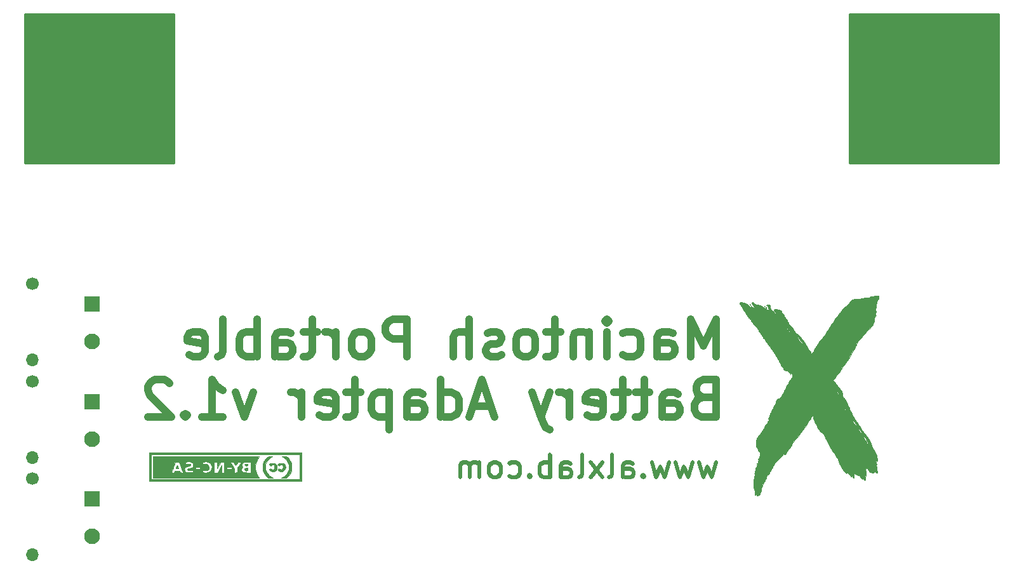
<source format=gbs>
G04 #@! TF.GenerationSoftware,KiCad,Pcbnew,(6.0.4)*
G04 #@! TF.CreationDate,2022-06-22T13:50:13-04:00*
G04 #@! TF.ProjectId,Macintosh Portable Battery Adapter v1.2,4d616369-6e74-46f7-9368-20506f727461,rev?*
G04 #@! TF.SameCoordinates,Original*
G04 #@! TF.FileFunction,Soldermask,Bot*
G04 #@! TF.FilePolarity,Negative*
%FSLAX46Y46*%
G04 Gerber Fmt 4.6, Leading zero omitted, Abs format (unit mm)*
G04 Created by KiCad (PCBNEW (6.0.4)) date 2022-06-22 13:50:13*
%MOMM*%
%LPD*%
G01*
G04 APERTURE LIST*
G04 Aperture macros list*
%AMRoundRect*
0 Rectangle with rounded corners*
0 $1 Rounding radius*
0 $2 $3 $4 $5 $6 $7 $8 $9 X,Y pos of 4 corners*
0 Add a 4 corners polygon primitive as box body*
4,1,4,$2,$3,$4,$5,$6,$7,$8,$9,$2,$3,0*
0 Add four circle primitives for the rounded corners*
1,1,$1+$1,$2,$3*
1,1,$1+$1,$4,$5*
1,1,$1+$1,$6,$7*
1,1,$1+$1,$8,$9*
0 Add four rect primitives between the rounded corners*
20,1,$1+$1,$2,$3,$4,$5,0*
20,1,$1+$1,$4,$5,$6,$7,0*
20,1,$1+$1,$6,$7,$8,$9,0*
20,1,$1+$1,$8,$9,$2,$3,0*%
G04 Aperture macros list end*
%ADD10C,1.000000*%
%ADD11C,0.500000*%
%ADD12C,0.010000*%
%ADD13O,1.700000X1.700000*%
%ADD14C,1.700000*%
%ADD15RoundRect,0.050000X-1.000000X1.000000X-1.000000X-1.000000X1.000000X-1.000000X1.000000X1.000000X0*%
%ADD16C,2.100000*%
%ADD17RoundRect,0.050000X-10.000000X-10.000000X10.000000X-10.000000X10.000000X10.000000X-10.000000X10.000000X0*%
G04 APERTURE END LIST*
D10*
X166659523Y-107736904D02*
X166659523Y-102736904D01*
X164992857Y-106308333D01*
X163326190Y-102736904D01*
X163326190Y-107736904D01*
X158802380Y-107736904D02*
X158802380Y-105117857D01*
X159040476Y-104641666D01*
X159516666Y-104403571D01*
X160469047Y-104403571D01*
X160945238Y-104641666D01*
X158802380Y-107498809D02*
X159278571Y-107736904D01*
X160469047Y-107736904D01*
X160945238Y-107498809D01*
X161183333Y-107022619D01*
X161183333Y-106546428D01*
X160945238Y-106070238D01*
X160469047Y-105832142D01*
X159278571Y-105832142D01*
X158802380Y-105594047D01*
X154278571Y-107498809D02*
X154754761Y-107736904D01*
X155707142Y-107736904D01*
X156183333Y-107498809D01*
X156421428Y-107260714D01*
X156659523Y-106784523D01*
X156659523Y-105355952D01*
X156421428Y-104879761D01*
X156183333Y-104641666D01*
X155707142Y-104403571D01*
X154754761Y-104403571D01*
X154278571Y-104641666D01*
X152135714Y-107736904D02*
X152135714Y-104403571D01*
X152135714Y-102736904D02*
X152373809Y-102975000D01*
X152135714Y-103213095D01*
X151897619Y-102975000D01*
X152135714Y-102736904D01*
X152135714Y-103213095D01*
X149754761Y-104403571D02*
X149754761Y-107736904D01*
X149754761Y-104879761D02*
X149516666Y-104641666D01*
X149040476Y-104403571D01*
X148326190Y-104403571D01*
X147850000Y-104641666D01*
X147611904Y-105117857D01*
X147611904Y-107736904D01*
X145945238Y-104403571D02*
X144040476Y-104403571D01*
X145230952Y-102736904D02*
X145230952Y-107022619D01*
X144992857Y-107498809D01*
X144516666Y-107736904D01*
X144040476Y-107736904D01*
X141659523Y-107736904D02*
X142135714Y-107498809D01*
X142373809Y-107260714D01*
X142611904Y-106784523D01*
X142611904Y-105355952D01*
X142373809Y-104879761D01*
X142135714Y-104641666D01*
X141659523Y-104403571D01*
X140945238Y-104403571D01*
X140469047Y-104641666D01*
X140230952Y-104879761D01*
X139992857Y-105355952D01*
X139992857Y-106784523D01*
X140230952Y-107260714D01*
X140469047Y-107498809D01*
X140945238Y-107736904D01*
X141659523Y-107736904D01*
X138088095Y-107498809D02*
X137611904Y-107736904D01*
X136659523Y-107736904D01*
X136183333Y-107498809D01*
X135945238Y-107022619D01*
X135945238Y-106784523D01*
X136183333Y-106308333D01*
X136659523Y-106070238D01*
X137373809Y-106070238D01*
X137850000Y-105832142D01*
X138088095Y-105355952D01*
X138088095Y-105117857D01*
X137850000Y-104641666D01*
X137373809Y-104403571D01*
X136659523Y-104403571D01*
X136183333Y-104641666D01*
X133802380Y-107736904D02*
X133802380Y-102736904D01*
X131659523Y-107736904D02*
X131659523Y-105117857D01*
X131897619Y-104641666D01*
X132373809Y-104403571D01*
X133088095Y-104403571D01*
X133564285Y-104641666D01*
X133802380Y-104879761D01*
X125469047Y-107736904D02*
X125469047Y-102736904D01*
X123564285Y-102736904D01*
X123088095Y-102975000D01*
X122850000Y-103213095D01*
X122611904Y-103689285D01*
X122611904Y-104403571D01*
X122850000Y-104879761D01*
X123088095Y-105117857D01*
X123564285Y-105355952D01*
X125469047Y-105355952D01*
X119754761Y-107736904D02*
X120230952Y-107498809D01*
X120469047Y-107260714D01*
X120707142Y-106784523D01*
X120707142Y-105355952D01*
X120469047Y-104879761D01*
X120230952Y-104641666D01*
X119754761Y-104403571D01*
X119040476Y-104403571D01*
X118564285Y-104641666D01*
X118326190Y-104879761D01*
X118088095Y-105355952D01*
X118088095Y-106784523D01*
X118326190Y-107260714D01*
X118564285Y-107498809D01*
X119040476Y-107736904D01*
X119754761Y-107736904D01*
X115945238Y-107736904D02*
X115945238Y-104403571D01*
X115945238Y-105355952D02*
X115707142Y-104879761D01*
X115469047Y-104641666D01*
X114992857Y-104403571D01*
X114516666Y-104403571D01*
X113564285Y-104403571D02*
X111659523Y-104403571D01*
X112850000Y-102736904D02*
X112850000Y-107022619D01*
X112611904Y-107498809D01*
X112135714Y-107736904D01*
X111659523Y-107736904D01*
X107850000Y-107736904D02*
X107850000Y-105117857D01*
X108088095Y-104641666D01*
X108564285Y-104403571D01*
X109516666Y-104403571D01*
X109992857Y-104641666D01*
X107850000Y-107498809D02*
X108326190Y-107736904D01*
X109516666Y-107736904D01*
X109992857Y-107498809D01*
X110230952Y-107022619D01*
X110230952Y-106546428D01*
X109992857Y-106070238D01*
X109516666Y-105832142D01*
X108326190Y-105832142D01*
X107850000Y-105594047D01*
X105469047Y-107736904D02*
X105469047Y-102736904D01*
X105469047Y-104641666D02*
X104992857Y-104403571D01*
X104040476Y-104403571D01*
X103564285Y-104641666D01*
X103326190Y-104879761D01*
X103088095Y-105355952D01*
X103088095Y-106784523D01*
X103326190Y-107260714D01*
X103564285Y-107498809D01*
X104040476Y-107736904D01*
X104992857Y-107736904D01*
X105469047Y-107498809D01*
X100230952Y-107736904D02*
X100707142Y-107498809D01*
X100945238Y-107022619D01*
X100945238Y-102736904D01*
X96421428Y-107498809D02*
X96897619Y-107736904D01*
X97850000Y-107736904D01*
X98326190Y-107498809D01*
X98564285Y-107022619D01*
X98564285Y-105117857D01*
X98326190Y-104641666D01*
X97850000Y-104403571D01*
X96897619Y-104403571D01*
X96421428Y-104641666D01*
X96183333Y-105117857D01*
X96183333Y-105594047D01*
X98564285Y-106070238D01*
X164992857Y-113167857D02*
X164278571Y-113405952D01*
X164040476Y-113644047D01*
X163802380Y-114120238D01*
X163802380Y-114834523D01*
X164040476Y-115310714D01*
X164278571Y-115548809D01*
X164754761Y-115786904D01*
X166659523Y-115786904D01*
X166659523Y-110786904D01*
X164992857Y-110786904D01*
X164516666Y-111025000D01*
X164278571Y-111263095D01*
X164040476Y-111739285D01*
X164040476Y-112215476D01*
X164278571Y-112691666D01*
X164516666Y-112929761D01*
X164992857Y-113167857D01*
X166659523Y-113167857D01*
X159516666Y-115786904D02*
X159516666Y-113167857D01*
X159754761Y-112691666D01*
X160230952Y-112453571D01*
X161183333Y-112453571D01*
X161659523Y-112691666D01*
X159516666Y-115548809D02*
X159992857Y-115786904D01*
X161183333Y-115786904D01*
X161659523Y-115548809D01*
X161897619Y-115072619D01*
X161897619Y-114596428D01*
X161659523Y-114120238D01*
X161183333Y-113882142D01*
X159992857Y-113882142D01*
X159516666Y-113644047D01*
X157850000Y-112453571D02*
X155945238Y-112453571D01*
X157135714Y-110786904D02*
X157135714Y-115072619D01*
X156897619Y-115548809D01*
X156421428Y-115786904D01*
X155945238Y-115786904D01*
X154992857Y-112453571D02*
X153088095Y-112453571D01*
X154278571Y-110786904D02*
X154278571Y-115072619D01*
X154040476Y-115548809D01*
X153564285Y-115786904D01*
X153088095Y-115786904D01*
X149516666Y-115548809D02*
X149992857Y-115786904D01*
X150945238Y-115786904D01*
X151421428Y-115548809D01*
X151659523Y-115072619D01*
X151659523Y-113167857D01*
X151421428Y-112691666D01*
X150945238Y-112453571D01*
X149992857Y-112453571D01*
X149516666Y-112691666D01*
X149278571Y-113167857D01*
X149278571Y-113644047D01*
X151659523Y-114120238D01*
X147135714Y-115786904D02*
X147135714Y-112453571D01*
X147135714Y-113405952D02*
X146897619Y-112929761D01*
X146659523Y-112691666D01*
X146183333Y-112453571D01*
X145707142Y-112453571D01*
X144516666Y-112453571D02*
X143326190Y-115786904D01*
X142135714Y-112453571D02*
X143326190Y-115786904D01*
X143802380Y-116977380D01*
X144040476Y-117215476D01*
X144516666Y-117453571D01*
X136659523Y-114358333D02*
X134278571Y-114358333D01*
X137135714Y-115786904D02*
X135469047Y-110786904D01*
X133802380Y-115786904D01*
X129992857Y-115786904D02*
X129992857Y-110786904D01*
X129992857Y-115548809D02*
X130469047Y-115786904D01*
X131421428Y-115786904D01*
X131897619Y-115548809D01*
X132135714Y-115310714D01*
X132373809Y-114834523D01*
X132373809Y-113405952D01*
X132135714Y-112929761D01*
X131897619Y-112691666D01*
X131421428Y-112453571D01*
X130469047Y-112453571D01*
X129992857Y-112691666D01*
X125469047Y-115786904D02*
X125469047Y-113167857D01*
X125707142Y-112691666D01*
X126183333Y-112453571D01*
X127135714Y-112453571D01*
X127611904Y-112691666D01*
X125469047Y-115548809D02*
X125945238Y-115786904D01*
X127135714Y-115786904D01*
X127611904Y-115548809D01*
X127850000Y-115072619D01*
X127850000Y-114596428D01*
X127611904Y-114120238D01*
X127135714Y-113882142D01*
X125945238Y-113882142D01*
X125469047Y-113644047D01*
X123088095Y-112453571D02*
X123088095Y-117453571D01*
X123088095Y-112691666D02*
X122611904Y-112453571D01*
X121659523Y-112453571D01*
X121183333Y-112691666D01*
X120945238Y-112929761D01*
X120707142Y-113405952D01*
X120707142Y-114834523D01*
X120945238Y-115310714D01*
X121183333Y-115548809D01*
X121659523Y-115786904D01*
X122611904Y-115786904D01*
X123088095Y-115548809D01*
X119278571Y-112453571D02*
X117373809Y-112453571D01*
X118564285Y-110786904D02*
X118564285Y-115072619D01*
X118326190Y-115548809D01*
X117850000Y-115786904D01*
X117373809Y-115786904D01*
X113802380Y-115548809D02*
X114278571Y-115786904D01*
X115230952Y-115786904D01*
X115707142Y-115548809D01*
X115945238Y-115072619D01*
X115945238Y-113167857D01*
X115707142Y-112691666D01*
X115230952Y-112453571D01*
X114278571Y-112453571D01*
X113802380Y-112691666D01*
X113564285Y-113167857D01*
X113564285Y-113644047D01*
X115945238Y-114120238D01*
X111421428Y-115786904D02*
X111421428Y-112453571D01*
X111421428Y-113405952D02*
X111183333Y-112929761D01*
X110945238Y-112691666D01*
X110469047Y-112453571D01*
X109992857Y-112453571D01*
X104992857Y-112453571D02*
X103802380Y-115786904D01*
X102611904Y-112453571D01*
X98088095Y-115786904D02*
X100945238Y-115786904D01*
X99516666Y-115786904D02*
X99516666Y-110786904D01*
X99992857Y-111501190D01*
X100469047Y-111977380D01*
X100945238Y-112215476D01*
X95945238Y-115310714D02*
X95707142Y-115548809D01*
X95945238Y-115786904D01*
X96183333Y-115548809D01*
X95945238Y-115310714D01*
X95945238Y-115786904D01*
X93802380Y-111263095D02*
X93564285Y-111025000D01*
X93088095Y-110786904D01*
X91897619Y-110786904D01*
X91421428Y-111025000D01*
X91183333Y-111263095D01*
X90945238Y-111739285D01*
X90945238Y-112215476D01*
X91183333Y-112929761D01*
X94040476Y-115786904D01*
X90945238Y-115786904D01*
D11*
X166693285Y-121785142D02*
X166121857Y-123785142D01*
X165550428Y-122356571D01*
X164979000Y-123785142D01*
X164407571Y-121785142D01*
X163550428Y-121785142D02*
X162979000Y-123785142D01*
X162407571Y-122356571D01*
X161836142Y-123785142D01*
X161264714Y-121785142D01*
X160407571Y-121785142D02*
X159836142Y-123785142D01*
X159264714Y-122356571D01*
X158693285Y-123785142D01*
X158121857Y-121785142D01*
X156979000Y-123499428D02*
X156836142Y-123642285D01*
X156979000Y-123785142D01*
X157121857Y-123642285D01*
X156979000Y-123499428D01*
X156979000Y-123785142D01*
X154264714Y-123785142D02*
X154264714Y-122213714D01*
X154407571Y-121928000D01*
X154693285Y-121785142D01*
X155264714Y-121785142D01*
X155550428Y-121928000D01*
X154264714Y-123642285D02*
X154550428Y-123785142D01*
X155264714Y-123785142D01*
X155550428Y-123642285D01*
X155693285Y-123356571D01*
X155693285Y-123070857D01*
X155550428Y-122785142D01*
X155264714Y-122642285D01*
X154550428Y-122642285D01*
X154264714Y-122499428D01*
X152407571Y-123785142D02*
X152693285Y-123642285D01*
X152836142Y-123356571D01*
X152836142Y-120785142D01*
X151550428Y-123785142D02*
X149979000Y-121785142D01*
X151550428Y-121785142D02*
X149979000Y-123785142D01*
X148407571Y-123785142D02*
X148693285Y-123642285D01*
X148836142Y-123356571D01*
X148836142Y-120785142D01*
X145979000Y-123785142D02*
X145979000Y-122213714D01*
X146121857Y-121928000D01*
X146407571Y-121785142D01*
X146979000Y-121785142D01*
X147264714Y-121928000D01*
X145979000Y-123642285D02*
X146264714Y-123785142D01*
X146979000Y-123785142D01*
X147264714Y-123642285D01*
X147407571Y-123356571D01*
X147407571Y-123070857D01*
X147264714Y-122785142D01*
X146979000Y-122642285D01*
X146264714Y-122642285D01*
X145979000Y-122499428D01*
X144550428Y-123785142D02*
X144550428Y-120785142D01*
X144550428Y-121928000D02*
X144264714Y-121785142D01*
X143693285Y-121785142D01*
X143407571Y-121928000D01*
X143264714Y-122070857D01*
X143121857Y-122356571D01*
X143121857Y-123213714D01*
X143264714Y-123499428D01*
X143407571Y-123642285D01*
X143693285Y-123785142D01*
X144264714Y-123785142D01*
X144550428Y-123642285D01*
X141836142Y-123499428D02*
X141693285Y-123642285D01*
X141836142Y-123785142D01*
X141979000Y-123642285D01*
X141836142Y-123499428D01*
X141836142Y-123785142D01*
X139121857Y-123642285D02*
X139407571Y-123785142D01*
X139979000Y-123785142D01*
X140264714Y-123642285D01*
X140407571Y-123499428D01*
X140550428Y-123213714D01*
X140550428Y-122356571D01*
X140407571Y-122070857D01*
X140264714Y-121928000D01*
X139979000Y-121785142D01*
X139407571Y-121785142D01*
X139121857Y-121928000D01*
X137407571Y-123785142D02*
X137693285Y-123642285D01*
X137836142Y-123499428D01*
X137979000Y-123213714D01*
X137979000Y-122356571D01*
X137836142Y-122070857D01*
X137693285Y-121928000D01*
X137407571Y-121785142D01*
X136979000Y-121785142D01*
X136693285Y-121928000D01*
X136550428Y-122070857D01*
X136407571Y-122356571D01*
X136407571Y-123213714D01*
X136550428Y-123499428D01*
X136693285Y-123642285D01*
X136979000Y-123785142D01*
X137407571Y-123785142D01*
X135121857Y-123785142D02*
X135121857Y-121785142D01*
X135121857Y-122070857D02*
X134979000Y-121928000D01*
X134693285Y-121785142D01*
X134264714Y-121785142D01*
X133979000Y-121928000D01*
X133836142Y-122213714D01*
X133836142Y-123785142D01*
X133836142Y-122213714D02*
X133693285Y-121928000D01*
X133407571Y-121785142D01*
X132979000Y-121785142D01*
X132693285Y-121928000D01*
X132550428Y-122213714D01*
X132550428Y-123785142D01*
X166714285Y-121857142D02*
X166142857Y-123857142D01*
X165571428Y-122428571D01*
X165000000Y-123857142D01*
X164428571Y-121857142D01*
X163571428Y-121857142D02*
X163000000Y-123857142D01*
X162428571Y-122428571D01*
X161857142Y-123857142D01*
X161285714Y-121857142D01*
X160428571Y-121857142D02*
X159857142Y-123857142D01*
X159285714Y-122428571D01*
X158714285Y-123857142D01*
X158142857Y-121857142D01*
X157000000Y-123571428D02*
X156857142Y-123714285D01*
X157000000Y-123857142D01*
X157142857Y-123714285D01*
X157000000Y-123571428D01*
X157000000Y-123857142D01*
X154285714Y-123857142D02*
X154285714Y-122285714D01*
X154428571Y-122000000D01*
X154714285Y-121857142D01*
X155285714Y-121857142D01*
X155571428Y-122000000D01*
X154285714Y-123714285D02*
X154571428Y-123857142D01*
X155285714Y-123857142D01*
X155571428Y-123714285D01*
X155714285Y-123428571D01*
X155714285Y-123142857D01*
X155571428Y-122857142D01*
X155285714Y-122714285D01*
X154571428Y-122714285D01*
X154285714Y-122571428D01*
X152428571Y-123857142D02*
X152714285Y-123714285D01*
X152857142Y-123428571D01*
X152857142Y-120857142D01*
X151571428Y-123857142D02*
X150000000Y-121857142D01*
X151571428Y-121857142D02*
X150000000Y-123857142D01*
X148428571Y-123857142D02*
X148714285Y-123714285D01*
X148857142Y-123428571D01*
X148857142Y-120857142D01*
X146000000Y-123857142D02*
X146000000Y-122285714D01*
X146142857Y-122000000D01*
X146428571Y-121857142D01*
X147000000Y-121857142D01*
X147285714Y-122000000D01*
X146000000Y-123714285D02*
X146285714Y-123857142D01*
X147000000Y-123857142D01*
X147285714Y-123714285D01*
X147428571Y-123428571D01*
X147428571Y-123142857D01*
X147285714Y-122857142D01*
X147000000Y-122714285D01*
X146285714Y-122714285D01*
X146000000Y-122571428D01*
X144571428Y-123857142D02*
X144571428Y-120857142D01*
X144571428Y-122000000D02*
X144285714Y-121857142D01*
X143714285Y-121857142D01*
X143428571Y-122000000D01*
X143285714Y-122142857D01*
X143142857Y-122428571D01*
X143142857Y-123285714D01*
X143285714Y-123571428D01*
X143428571Y-123714285D01*
X143714285Y-123857142D01*
X144285714Y-123857142D01*
X144571428Y-123714285D01*
X141857142Y-123571428D02*
X141714285Y-123714285D01*
X141857142Y-123857142D01*
X142000000Y-123714285D01*
X141857142Y-123571428D01*
X141857142Y-123857142D01*
X139142857Y-123714285D02*
X139428571Y-123857142D01*
X140000000Y-123857142D01*
X140285714Y-123714285D01*
X140428571Y-123571428D01*
X140571428Y-123285714D01*
X140571428Y-122428571D01*
X140428571Y-122142857D01*
X140285714Y-122000000D01*
X140000000Y-121857142D01*
X139428571Y-121857142D01*
X139142857Y-122000000D01*
X137428571Y-123857142D02*
X137714285Y-123714285D01*
X137857142Y-123571428D01*
X138000000Y-123285714D01*
X138000000Y-122428571D01*
X137857142Y-122142857D01*
X137714285Y-122000000D01*
X137428571Y-121857142D01*
X137000000Y-121857142D01*
X136714285Y-122000000D01*
X136571428Y-122142857D01*
X136428571Y-122428571D01*
X136428571Y-123285714D01*
X136571428Y-123571428D01*
X136714285Y-123714285D01*
X137000000Y-123857142D01*
X137428571Y-123857142D01*
X135142857Y-123857142D02*
X135142857Y-121857142D01*
X135142857Y-122142857D02*
X135000000Y-122000000D01*
X134714285Y-121857142D01*
X134285714Y-121857142D01*
X134000000Y-122000000D01*
X133857142Y-122285714D01*
X133857142Y-123857142D01*
X133857142Y-122285714D02*
X133714285Y-122000000D01*
X133428571Y-121857142D01*
X133000000Y-121857142D01*
X132714285Y-122000000D01*
X132571428Y-122285714D01*
X132571428Y-123857142D01*
G36*
X104206663Y-122062217D02*
G01*
X104216200Y-122148600D01*
X104216151Y-122159997D01*
X104204101Y-122240349D01*
X104150434Y-122269624D01*
X104025700Y-122265966D01*
X103939651Y-122255222D01*
X103857062Y-122219547D01*
X103835200Y-122148600D01*
X103841993Y-122102144D01*
X103896067Y-122053622D01*
X104025700Y-122031233D01*
X104042014Y-122029918D01*
X104158418Y-122028705D01*
X104206663Y-122062217D01*
G37*
D12*
X104206663Y-122062217D02*
X104216200Y-122148600D01*
X104216151Y-122159997D01*
X104204101Y-122240349D01*
X104150434Y-122269624D01*
X104025700Y-122265966D01*
X103939651Y-122255222D01*
X103857062Y-122219547D01*
X103835200Y-122148600D01*
X103841993Y-122102144D01*
X103896067Y-122053622D01*
X104025700Y-122031233D01*
X104042014Y-122029918D01*
X104158418Y-122028705D01*
X104206663Y-122062217D01*
G36*
X91059000Y-124358400D02*
G01*
X91059000Y-120802400D01*
X91313000Y-120802400D01*
X91313000Y-124104400D01*
X111125000Y-124104400D01*
X111125000Y-120802400D01*
X91313000Y-120802400D01*
X91059000Y-120802400D01*
X91059000Y-120548400D01*
X111379000Y-120548400D01*
X111379000Y-124358400D01*
X91059000Y-124358400D01*
G37*
X91059000Y-124358400D02*
X91059000Y-120802400D01*
X91313000Y-120802400D01*
X91313000Y-124104400D01*
X111125000Y-124104400D01*
X111125000Y-120802400D01*
X91313000Y-120802400D01*
X91059000Y-120802400D01*
X91059000Y-120548400D01*
X111379000Y-120548400D01*
X111379000Y-124358400D01*
X91059000Y-124358400D01*
G36*
X94840945Y-122186482D02*
G01*
X94885317Y-122268774D01*
X94937342Y-122402600D01*
X95015234Y-122631200D01*
X94627592Y-122631200D01*
X94709796Y-122402600D01*
X94738669Y-122327531D01*
X94790444Y-122217334D01*
X94825725Y-122174000D01*
X94840945Y-122186482D01*
G37*
X94840945Y-122186482D02*
X94885317Y-122268774D01*
X94937342Y-122402600D01*
X95015234Y-122631200D01*
X94627592Y-122631200D01*
X94709796Y-122402600D01*
X94738669Y-122327531D01*
X94790444Y-122217334D01*
X94825725Y-122174000D01*
X94840945Y-122186482D01*
G36*
X109156957Y-121056411D02*
G01*
X109330655Y-121061326D01*
X109443397Y-121085090D01*
X109532828Y-121142137D01*
X109636595Y-121246900D01*
X109697417Y-121317901D01*
X109833263Y-121503535D01*
X109947700Y-121691400D01*
X109992288Y-121779701D01*
X110039807Y-121901515D01*
X110067200Y-122034276D01*
X110079828Y-122208173D01*
X110083054Y-122453400D01*
X110079201Y-122644084D01*
X110044494Y-122953884D01*
X109964757Y-123210423D01*
X109829147Y-123442860D01*
X109626822Y-123680356D01*
X109561213Y-123748183D01*
X109463578Y-123836153D01*
X109372028Y-123881317D01*
X109250669Y-123897607D01*
X109063608Y-123898954D01*
X108712000Y-123896709D01*
X108915200Y-123791912D01*
X109044101Y-123718244D01*
X109345629Y-123473347D01*
X109570555Y-123172363D01*
X109711166Y-122827534D01*
X109759750Y-122451105D01*
X109718104Y-122093857D01*
X109583605Y-121750880D01*
X109358683Y-121451487D01*
X109045953Y-121200260D01*
X108819109Y-121056399D01*
X109139703Y-121056399D01*
X109156957Y-121056411D01*
G37*
X109156957Y-121056411D02*
X109330655Y-121061326D01*
X109443397Y-121085090D01*
X109532828Y-121142137D01*
X109636595Y-121246900D01*
X109697417Y-121317901D01*
X109833263Y-121503535D01*
X109947700Y-121691400D01*
X109992288Y-121779701D01*
X110039807Y-121901515D01*
X110067200Y-122034276D01*
X110079828Y-122208173D01*
X110083054Y-122453400D01*
X110079201Y-122644084D01*
X110044494Y-122953884D01*
X109964757Y-123210423D01*
X109829147Y-123442860D01*
X109626822Y-123680356D01*
X109561213Y-123748183D01*
X109463578Y-123836153D01*
X109372028Y-123881317D01*
X109250669Y-123897607D01*
X109063608Y-123898954D01*
X108712000Y-123896709D01*
X108915200Y-123791912D01*
X109044101Y-123718244D01*
X109345629Y-123473347D01*
X109570555Y-123172363D01*
X109711166Y-122827534D01*
X109759750Y-122451105D01*
X109718104Y-122093857D01*
X109583605Y-121750880D01*
X109358683Y-121451487D01*
X109045953Y-121200260D01*
X108819109Y-121056399D01*
X109139703Y-121056399D01*
X109156957Y-121056411D01*
G36*
X107543600Y-121060467D02*
G01*
X107391200Y-121140395D01*
X107266385Y-121218409D01*
X107040893Y-121413924D01*
X106841262Y-121649927D01*
X106701409Y-121889579D01*
X106626861Y-122138573D01*
X106593516Y-122443442D01*
X106610005Y-122744788D01*
X106677242Y-123000631D01*
X106731817Y-123108449D01*
X106900289Y-123343949D01*
X107120261Y-123570793D01*
X107363046Y-123757331D01*
X107588892Y-123901200D01*
X106918016Y-123901200D01*
X106687439Y-123644742D01*
X106511585Y-123421535D01*
X106352245Y-123114524D01*
X106270519Y-122774060D01*
X106258400Y-122376471D01*
X106280823Y-122119893D01*
X106352224Y-121812381D01*
X106482190Y-121540264D01*
X106684201Y-121268461D01*
X106731370Y-121213791D01*
X106820236Y-121123535D01*
X106905324Y-121077007D01*
X107021757Y-121060031D01*
X107204659Y-121058433D01*
X107543600Y-121060467D01*
G37*
X107543600Y-121060467D02*
X107391200Y-121140395D01*
X107266385Y-121218409D01*
X107040893Y-121413924D01*
X106841262Y-121649927D01*
X106701409Y-121889579D01*
X106626861Y-122138573D01*
X106593516Y-122443442D01*
X106610005Y-122744788D01*
X106677242Y-123000631D01*
X106731817Y-123108449D01*
X106900289Y-123343949D01*
X107120261Y-123570793D01*
X107363046Y-123757331D01*
X107588892Y-123901200D01*
X106918016Y-123901200D01*
X106687439Y-123644742D01*
X106511585Y-123421535D01*
X106352245Y-123114524D01*
X106270519Y-122774060D01*
X106258400Y-122376471D01*
X106280823Y-122119893D01*
X106352224Y-121812381D01*
X106482190Y-121540264D01*
X106684201Y-121268461D01*
X106731370Y-121213791D01*
X106820236Y-121123535D01*
X106905324Y-121077007D01*
X107021757Y-121060031D01*
X107204659Y-121058433D01*
X107543600Y-121060467D01*
G36*
X105246738Y-122324169D02*
G01*
X105258528Y-122760604D01*
X105371609Y-123189474D01*
X105585978Y-123610864D01*
X105650526Y-123714779D01*
X105715171Y-123825247D01*
X105740200Y-123877564D01*
X105713997Y-123879598D01*
X105594272Y-123882332D01*
X105382869Y-123884959D01*
X105085547Y-123887457D01*
X104708064Y-123889809D01*
X104256179Y-123891995D01*
X103735649Y-123893995D01*
X103152234Y-123895791D01*
X102511690Y-123897364D01*
X101819778Y-123898693D01*
X101082254Y-123899761D01*
X100304878Y-123900547D01*
X99493407Y-123901033D01*
X98653600Y-123901200D01*
X91567000Y-123901200D01*
X91567000Y-123141286D01*
X94056200Y-123141286D01*
X94057868Y-123147924D01*
X94117231Y-123177842D01*
X94235258Y-123190000D01*
X94307068Y-123186986D01*
X94406377Y-123152679D01*
X94462600Y-123063000D01*
X94492661Y-123000478D01*
X94546034Y-122958033D01*
X94645274Y-122939852D01*
X94818200Y-122936000D01*
X94970477Y-122938599D01*
X95079036Y-122953987D01*
X95137538Y-122992142D01*
X95173800Y-123063000D01*
X95210944Y-123133863D01*
X95286149Y-123178979D01*
X95425802Y-123190000D01*
X95629518Y-123190000D01*
X99745800Y-123190000D01*
X100195678Y-123190000D01*
X100736400Y-122210218D01*
X100765480Y-123190000D01*
X101117400Y-123190000D01*
X101117400Y-122605800D01*
X101422200Y-122605800D01*
X101422391Y-122626542D01*
X101432848Y-122686272D01*
X101476033Y-122718006D01*
X101574899Y-122730573D01*
X101752400Y-122732800D01*
X101806330Y-122732726D01*
X101961629Y-122728704D01*
X102044138Y-122712095D01*
X102076810Y-122674069D01*
X102082600Y-122605800D01*
X102082410Y-122585057D01*
X102071953Y-122525327D01*
X102028768Y-122493593D01*
X101929902Y-122481026D01*
X101752400Y-122478800D01*
X101698471Y-122478873D01*
X101543172Y-122482895D01*
X101460663Y-122499504D01*
X101427991Y-122537530D01*
X101422200Y-122605800D01*
X101117400Y-122605800D01*
X101117400Y-121793000D01*
X101873450Y-121793000D01*
X102155825Y-122198050D01*
X102279941Y-122379745D01*
X102366129Y-122522799D01*
X102400410Y-122605800D01*
X102413702Y-122637985D01*
X102433959Y-122753251D01*
X102438200Y-122896550D01*
X102438200Y-123190000D01*
X102607534Y-123190000D01*
X102617592Y-123189941D01*
X102741019Y-123179379D01*
X102810734Y-123156133D01*
X102824754Y-123116087D01*
X102839058Y-122997043D01*
X102844600Y-122833900D01*
X102845785Y-122749118D01*
X102851462Y-122694403D01*
X103361713Y-122694403D01*
X103369102Y-122857609D01*
X103461890Y-123005603D01*
X103634458Y-123118100D01*
X103766202Y-123153395D01*
X103974481Y-123180099D01*
X104214569Y-123190000D01*
X104622600Y-123190000D01*
X104622600Y-121767600D01*
X104137691Y-121767600D01*
X103935537Y-121769037D01*
X103773871Y-121777213D01*
X103680351Y-121794884D01*
X103668365Y-121797149D01*
X103594583Y-121833842D01*
X103528091Y-121892290D01*
X103431509Y-122026360D01*
X103412589Y-122175775D01*
X103492300Y-122312545D01*
X103546266Y-122375311D01*
X103541546Y-122430622D01*
X103466900Y-122513436D01*
X103445345Y-122536271D01*
X103361713Y-122694403D01*
X102851462Y-122694403D01*
X102859254Y-122619300D01*
X102897724Y-122502689D01*
X102973428Y-122367975D01*
X103098600Y-122183850D01*
X103147516Y-122113686D01*
X103252467Y-121959139D01*
X103325321Y-121845992D01*
X103352600Y-121794884D01*
X103347881Y-121789007D01*
X103278239Y-121773726D01*
X103151841Y-121767600D01*
X103068134Y-121770600D01*
X102971953Y-121796825D01*
X102889245Y-121868020D01*
X102787441Y-122005442D01*
X102623802Y-122243285D01*
X102543701Y-122121404D01*
X102532639Y-122104637D01*
X102405689Y-121927789D01*
X102300338Y-121824765D01*
X102194551Y-121779647D01*
X102066291Y-121776514D01*
X101873450Y-121793000D01*
X101117400Y-121793000D01*
X101117400Y-121767600D01*
X100892899Y-121767600D01*
X100668398Y-121767599D01*
X100411540Y-122212100D01*
X100154681Y-122656600D01*
X100153441Y-122212100D01*
X100152200Y-121767600D01*
X99745800Y-121767600D01*
X99745800Y-123190000D01*
X95629518Y-123190000D01*
X95534005Y-122948700D01*
X95509678Y-122887380D01*
X95446446Y-122728645D01*
X95783400Y-122728645D01*
X95797926Y-122893443D01*
X95860964Y-123022065D01*
X95990234Y-123115678D01*
X96042058Y-123136754D01*
X96217425Y-123172844D01*
X96428578Y-123183081D01*
X96465246Y-123182187D01*
X96688624Y-123173014D01*
X96830886Y-123154171D01*
X96910115Y-123118080D01*
X96944393Y-123057166D01*
X96951800Y-122963852D01*
X96951800Y-122795572D01*
X96761300Y-122863556D01*
X96681675Y-122889391D01*
X96474157Y-122929027D01*
X96314360Y-122917973D01*
X96217199Y-122859096D01*
X96197591Y-122755262D01*
X96214152Y-122718788D01*
X96308854Y-122652577D01*
X96452610Y-122605800D01*
X97256600Y-122605800D01*
X97256607Y-122610251D01*
X97263937Y-122678777D01*
X97301274Y-122715416D01*
X97392476Y-122730110D01*
X97561400Y-122732800D01*
X97572084Y-122732797D01*
X97736546Y-122729743D01*
X97824481Y-122714185D01*
X97859747Y-122676185D01*
X97866200Y-122605800D01*
X97866194Y-122601348D01*
X97858864Y-122532822D01*
X97821527Y-122496183D01*
X97730325Y-122481489D01*
X97561400Y-122478800D01*
X97550717Y-122478802D01*
X97386255Y-122481856D01*
X97298320Y-122497414D01*
X97263054Y-122535414D01*
X97256600Y-122605800D01*
X96452610Y-122605800D01*
X96494335Y-122592223D01*
X96609515Y-122559818D01*
X96756563Y-122508088D01*
X96842438Y-122464162D01*
X96920815Y-122372831D01*
X96970077Y-122197300D01*
X96930004Y-121996988D01*
X96917926Y-121976526D01*
X98171000Y-121976526D01*
X98174284Y-122055457D01*
X98200292Y-122098771D01*
X98269261Y-122074187D01*
X98299574Y-122061568D01*
X98433588Y-122033003D01*
X98597482Y-122021600D01*
X98725582Y-122031488D01*
X98899793Y-122101639D01*
X98968970Y-122197300D01*
X99001532Y-122242330D01*
X99034600Y-122457351D01*
X99026001Y-122582444D01*
X99017526Y-122605800D01*
X98959794Y-122764903D01*
X98825821Y-122872738D01*
X98621216Y-122909085D01*
X98574439Y-122908543D01*
X98408701Y-122895107D01*
X98285300Y-122869076D01*
X98238727Y-122854334D01*
X98183199Y-122865834D01*
X98171000Y-122956189D01*
X98189332Y-123044278D01*
X98269261Y-123137412D01*
X98316647Y-123156833D01*
X98490183Y-123185846D01*
X98703233Y-123184992D01*
X98914746Y-123156105D01*
X99083672Y-123101021D01*
X99094266Y-123095555D01*
X99286334Y-122939606D01*
X99407368Y-122718559D01*
X99449467Y-122446543D01*
X99416310Y-122234160D01*
X99301609Y-122020228D01*
X99121171Y-121855869D01*
X98891935Y-121751623D01*
X98630840Y-121718024D01*
X98354824Y-121765611D01*
X98252234Y-121806486D01*
X98186570Y-121870353D01*
X98171000Y-121976526D01*
X96917926Y-121976526D01*
X96874959Y-121903730D01*
X96714799Y-121784214D01*
X96478851Y-121729147D01*
X96169553Y-121739358D01*
X96022784Y-121760267D01*
X95929912Y-121788235D01*
X95892147Y-121835344D01*
X95885000Y-121916872D01*
X95885000Y-122058834D01*
X96245070Y-122033071D01*
X96362289Y-122024968D01*
X96500698Y-122019927D01*
X96570533Y-122031597D01*
X96592666Y-122065768D01*
X96587970Y-122128235D01*
X96559983Y-122204789D01*
X96469200Y-122266236D01*
X96436650Y-122271868D01*
X96141119Y-122344178D01*
X95938060Y-122441494D01*
X95820984Y-122568191D01*
X95783400Y-122728645D01*
X95446446Y-122728645D01*
X95435124Y-122700224D01*
X95343741Y-122471503D01*
X95250015Y-122237500D01*
X95061538Y-121767599D01*
X94581720Y-121767599D01*
X94318960Y-122430086D01*
X94287209Y-122510496D01*
X94196401Y-122744751D01*
X94123071Y-122940308D01*
X94074058Y-123078657D01*
X94056200Y-123141286D01*
X91567000Y-123141286D01*
X91567000Y-121056400D01*
X105748487Y-121056400D01*
X105636461Y-121237660D01*
X105527035Y-121428272D01*
X105383740Y-121767600D01*
X105336239Y-121880086D01*
X105246738Y-122324169D01*
G37*
X105246738Y-122324169D02*
X105258528Y-122760604D01*
X105371609Y-123189474D01*
X105585978Y-123610864D01*
X105650526Y-123714779D01*
X105715171Y-123825247D01*
X105740200Y-123877564D01*
X105713997Y-123879598D01*
X105594272Y-123882332D01*
X105382869Y-123884959D01*
X105085547Y-123887457D01*
X104708064Y-123889809D01*
X104256179Y-123891995D01*
X103735649Y-123893995D01*
X103152234Y-123895791D01*
X102511690Y-123897364D01*
X101819778Y-123898693D01*
X101082254Y-123899761D01*
X100304878Y-123900547D01*
X99493407Y-123901033D01*
X98653600Y-123901200D01*
X91567000Y-123901200D01*
X91567000Y-123141286D01*
X94056200Y-123141286D01*
X94057868Y-123147924D01*
X94117231Y-123177842D01*
X94235258Y-123190000D01*
X94307068Y-123186986D01*
X94406377Y-123152679D01*
X94462600Y-123063000D01*
X94492661Y-123000478D01*
X94546034Y-122958033D01*
X94645274Y-122939852D01*
X94818200Y-122936000D01*
X94970477Y-122938599D01*
X95079036Y-122953987D01*
X95137538Y-122992142D01*
X95173800Y-123063000D01*
X95210944Y-123133863D01*
X95286149Y-123178979D01*
X95425802Y-123190000D01*
X95629518Y-123190000D01*
X99745800Y-123190000D01*
X100195678Y-123190000D01*
X100736400Y-122210218D01*
X100765480Y-123190000D01*
X101117400Y-123190000D01*
X101117400Y-122605800D01*
X101422200Y-122605800D01*
X101422391Y-122626542D01*
X101432848Y-122686272D01*
X101476033Y-122718006D01*
X101574899Y-122730573D01*
X101752400Y-122732800D01*
X101806330Y-122732726D01*
X101961629Y-122728704D01*
X102044138Y-122712095D01*
X102076810Y-122674069D01*
X102082600Y-122605800D01*
X102082410Y-122585057D01*
X102071953Y-122525327D01*
X102028768Y-122493593D01*
X101929902Y-122481026D01*
X101752400Y-122478800D01*
X101698471Y-122478873D01*
X101543172Y-122482895D01*
X101460663Y-122499504D01*
X101427991Y-122537530D01*
X101422200Y-122605800D01*
X101117400Y-122605800D01*
X101117400Y-121793000D01*
X101873450Y-121793000D01*
X102155825Y-122198050D01*
X102279941Y-122379745D01*
X102366129Y-122522799D01*
X102400410Y-122605800D01*
X102413702Y-122637985D01*
X102433959Y-122753251D01*
X102438200Y-122896550D01*
X102438200Y-123190000D01*
X102607534Y-123190000D01*
X102617592Y-123189941D01*
X102741019Y-123179379D01*
X102810734Y-123156133D01*
X102824754Y-123116087D01*
X102839058Y-122997043D01*
X102844600Y-122833900D01*
X102845785Y-122749118D01*
X102851462Y-122694403D01*
X103361713Y-122694403D01*
X103369102Y-122857609D01*
X103461890Y-123005603D01*
X103634458Y-123118100D01*
X103766202Y-123153395D01*
X103974481Y-123180099D01*
X104214569Y-123190000D01*
X104622600Y-123190000D01*
X104622600Y-121767600D01*
X104137691Y-121767600D01*
X103935537Y-121769037D01*
X103773871Y-121777213D01*
X103680351Y-121794884D01*
X103668365Y-121797149D01*
X103594583Y-121833842D01*
X103528091Y-121892290D01*
X103431509Y-122026360D01*
X103412589Y-122175775D01*
X103492300Y-122312545D01*
X103546266Y-122375311D01*
X103541546Y-122430622D01*
X103466900Y-122513436D01*
X103445345Y-122536271D01*
X103361713Y-122694403D01*
X102851462Y-122694403D01*
X102859254Y-122619300D01*
X102897724Y-122502689D01*
X102973428Y-122367975D01*
X103098600Y-122183850D01*
X103147516Y-122113686D01*
X103252467Y-121959139D01*
X103325321Y-121845992D01*
X103352600Y-121794884D01*
X103347881Y-121789007D01*
X103278239Y-121773726D01*
X103151841Y-121767600D01*
X103068134Y-121770600D01*
X102971953Y-121796825D01*
X102889245Y-121868020D01*
X102787441Y-122005442D01*
X102623802Y-122243285D01*
X102543701Y-122121404D01*
X102532639Y-122104637D01*
X102405689Y-121927789D01*
X102300338Y-121824765D01*
X102194551Y-121779647D01*
X102066291Y-121776514D01*
X101873450Y-121793000D01*
X101117400Y-121793000D01*
X101117400Y-121767600D01*
X100892899Y-121767600D01*
X100668398Y-121767599D01*
X100411540Y-122212100D01*
X100154681Y-122656600D01*
X100153441Y-122212100D01*
X100152200Y-121767600D01*
X99745800Y-121767600D01*
X99745800Y-123190000D01*
X95629518Y-123190000D01*
X95534005Y-122948700D01*
X95509678Y-122887380D01*
X95446446Y-122728645D01*
X95783400Y-122728645D01*
X95797926Y-122893443D01*
X95860964Y-123022065D01*
X95990234Y-123115678D01*
X96042058Y-123136754D01*
X96217425Y-123172844D01*
X96428578Y-123183081D01*
X96465246Y-123182187D01*
X96688624Y-123173014D01*
X96830886Y-123154171D01*
X96910115Y-123118080D01*
X96944393Y-123057166D01*
X96951800Y-122963852D01*
X96951800Y-122795572D01*
X96761300Y-122863556D01*
X96681675Y-122889391D01*
X96474157Y-122929027D01*
X96314360Y-122917973D01*
X96217199Y-122859096D01*
X96197591Y-122755262D01*
X96214152Y-122718788D01*
X96308854Y-122652577D01*
X96452610Y-122605800D01*
X97256600Y-122605800D01*
X97256607Y-122610251D01*
X97263937Y-122678777D01*
X97301274Y-122715416D01*
X97392476Y-122730110D01*
X97561400Y-122732800D01*
X97572084Y-122732797D01*
X97736546Y-122729743D01*
X97824481Y-122714185D01*
X97859747Y-122676185D01*
X97866200Y-122605800D01*
X97866194Y-122601348D01*
X97858864Y-122532822D01*
X97821527Y-122496183D01*
X97730325Y-122481489D01*
X97561400Y-122478800D01*
X97550717Y-122478802D01*
X97386255Y-122481856D01*
X97298320Y-122497414D01*
X97263054Y-122535414D01*
X97256600Y-122605800D01*
X96452610Y-122605800D01*
X96494335Y-122592223D01*
X96609515Y-122559818D01*
X96756563Y-122508088D01*
X96842438Y-122464162D01*
X96920815Y-122372831D01*
X96970077Y-122197300D01*
X96930004Y-121996988D01*
X96917926Y-121976526D01*
X98171000Y-121976526D01*
X98174284Y-122055457D01*
X98200292Y-122098771D01*
X98269261Y-122074187D01*
X98299574Y-122061568D01*
X98433588Y-122033003D01*
X98597482Y-122021600D01*
X98725582Y-122031488D01*
X98899793Y-122101639D01*
X98968970Y-122197300D01*
X99001532Y-122242330D01*
X99034600Y-122457351D01*
X99026001Y-122582444D01*
X99017526Y-122605800D01*
X98959794Y-122764903D01*
X98825821Y-122872738D01*
X98621216Y-122909085D01*
X98574439Y-122908543D01*
X98408701Y-122895107D01*
X98285300Y-122869076D01*
X98238727Y-122854334D01*
X98183199Y-122865834D01*
X98171000Y-122956189D01*
X98189332Y-123044278D01*
X98269261Y-123137412D01*
X98316647Y-123156833D01*
X98490183Y-123185846D01*
X98703233Y-123184992D01*
X98914746Y-123156105D01*
X99083672Y-123101021D01*
X99094266Y-123095555D01*
X99286334Y-122939606D01*
X99407368Y-122718559D01*
X99449467Y-122446543D01*
X99416310Y-122234160D01*
X99301609Y-122020228D01*
X99121171Y-121855869D01*
X98891935Y-121751623D01*
X98630840Y-121718024D01*
X98354824Y-121765611D01*
X98252234Y-121806486D01*
X98186570Y-121870353D01*
X98171000Y-121976526D01*
X96917926Y-121976526D01*
X96874959Y-121903730D01*
X96714799Y-121784214D01*
X96478851Y-121729147D01*
X96169553Y-121739358D01*
X96022784Y-121760267D01*
X95929912Y-121788235D01*
X95892147Y-121835344D01*
X95885000Y-121916872D01*
X95885000Y-122058834D01*
X96245070Y-122033071D01*
X96362289Y-122024968D01*
X96500698Y-122019927D01*
X96570533Y-122031597D01*
X96592666Y-122065768D01*
X96587970Y-122128235D01*
X96559983Y-122204789D01*
X96469200Y-122266236D01*
X96436650Y-122271868D01*
X96141119Y-122344178D01*
X95938060Y-122441494D01*
X95820984Y-122568191D01*
X95783400Y-122728645D01*
X95446446Y-122728645D01*
X95435124Y-122700224D01*
X95343741Y-122471503D01*
X95250015Y-122237500D01*
X95061538Y-121767599D01*
X94581720Y-121767599D01*
X94318960Y-122430086D01*
X94287209Y-122510496D01*
X94196401Y-122744751D01*
X94123071Y-122940308D01*
X94074058Y-123078657D01*
X94056200Y-123141286D01*
X91567000Y-123141286D01*
X91567000Y-121056400D01*
X105748487Y-121056400D01*
X105636461Y-121237660D01*
X105527035Y-121428272D01*
X105383740Y-121767600D01*
X105336239Y-121880086D01*
X105246738Y-122324169D01*
G36*
X107738605Y-121929083D02*
G01*
X107862989Y-121972404D01*
X107979308Y-122068492D01*
X108057616Y-122157985D01*
X108113579Y-122281608D01*
X108127800Y-122452831D01*
X108126184Y-122527717D01*
X108092780Y-122730945D01*
X108007081Y-122868684D01*
X107857101Y-122963545D01*
X107695545Y-123017750D01*
X107484252Y-123022104D01*
X107276900Y-122936556D01*
X107236089Y-122910699D01*
X107134189Y-122823164D01*
X107125834Y-122751489D01*
X107208066Y-122684854D01*
X107287607Y-122660564D01*
X107366686Y-122708467D01*
X107477071Y-122773057D01*
X107618381Y-122771720D01*
X107743172Y-122703771D01*
X107746862Y-122699982D01*
X107812098Y-122565520D01*
X107811139Y-122397036D01*
X107743920Y-122236103D01*
X107667203Y-122157250D01*
X107545096Y-122130021D01*
X107412126Y-122203448D01*
X107321881Y-122255385D01*
X107217626Y-122227061D01*
X107151444Y-122181440D01*
X107111800Y-122124293D01*
X107137861Y-122064503D01*
X107241772Y-121992107D01*
X107399670Y-121939997D01*
X107584212Y-121919999D01*
X107738605Y-121929083D01*
G37*
X107738605Y-121929083D02*
X107862989Y-121972404D01*
X107979308Y-122068492D01*
X108057616Y-122157985D01*
X108113579Y-122281608D01*
X108127800Y-122452831D01*
X108126184Y-122527717D01*
X108092780Y-122730945D01*
X108007081Y-122868684D01*
X107857101Y-122963545D01*
X107695545Y-123017750D01*
X107484252Y-123022104D01*
X107276900Y-122936556D01*
X107236089Y-122910699D01*
X107134189Y-122823164D01*
X107125834Y-122751489D01*
X107208066Y-122684854D01*
X107287607Y-122660564D01*
X107366686Y-122708467D01*
X107477071Y-122773057D01*
X107618381Y-122771720D01*
X107743172Y-122703771D01*
X107746862Y-122699982D01*
X107812098Y-122565520D01*
X107811139Y-122397036D01*
X107743920Y-122236103D01*
X107667203Y-122157250D01*
X107545096Y-122130021D01*
X107412126Y-122203448D01*
X107321881Y-122255385D01*
X107217626Y-122227061D01*
X107151444Y-122181440D01*
X107111800Y-122124293D01*
X107137861Y-122064503D01*
X107241772Y-121992107D01*
X107399670Y-121939997D01*
X107584212Y-121919999D01*
X107738605Y-121929083D01*
G36*
X104216200Y-122755279D02*
G01*
X104208566Y-122872855D01*
X104169000Y-122925276D01*
X104073510Y-122936000D01*
X104047535Y-122935292D01*
X103892508Y-122897234D01*
X103790904Y-122814131D01*
X103766615Y-122704042D01*
X103783033Y-122660329D01*
X103854078Y-122612668D01*
X104000739Y-122590179D01*
X104216200Y-122574558D01*
X104216200Y-122755279D01*
G37*
X104216200Y-122755279D02*
X104208566Y-122872855D01*
X104169000Y-122925276D01*
X104073510Y-122936000D01*
X104047535Y-122935292D01*
X103892508Y-122897234D01*
X103790904Y-122814131D01*
X103766615Y-122704042D01*
X103783033Y-122660329D01*
X103854078Y-122612668D01*
X104000739Y-122590179D01*
X104216200Y-122574558D01*
X104216200Y-122755279D01*
G36*
X108862957Y-121926349D02*
G01*
X108996090Y-121963895D01*
X109106114Y-122048567D01*
X109122130Y-122065274D01*
X109234977Y-122250331D01*
X109273613Y-122458866D01*
X109241673Y-122664451D01*
X109142791Y-122840659D01*
X108980602Y-122961064D01*
X108802045Y-123022392D01*
X108644869Y-123025070D01*
X108462570Y-122966583D01*
X108426805Y-122951013D01*
X108285915Y-122865319D01*
X108246109Y-122781908D01*
X108306991Y-122700101D01*
X108321854Y-122689532D01*
X108403419Y-122658865D01*
X108483852Y-122707808D01*
X108532791Y-122744595D01*
X108674610Y-122784349D01*
X108806116Y-122742652D01*
X108902913Y-122632395D01*
X108940600Y-122466471D01*
X108937154Y-122407327D01*
X108885156Y-122250938D01*
X108786381Y-122156163D01*
X108661136Y-122136000D01*
X108529726Y-122203448D01*
X108439481Y-122255385D01*
X108335226Y-122227061D01*
X108268961Y-122182023D01*
X108229400Y-122127255D01*
X108270801Y-122056534D01*
X108386682Y-121988544D01*
X108548781Y-121939101D01*
X108728686Y-121920000D01*
X108862957Y-121926349D01*
G37*
X108862957Y-121926349D02*
X108996090Y-121963895D01*
X109106114Y-122048567D01*
X109122130Y-122065274D01*
X109234977Y-122250331D01*
X109273613Y-122458866D01*
X109241673Y-122664451D01*
X109142791Y-122840659D01*
X108980602Y-122961064D01*
X108802045Y-123022392D01*
X108644869Y-123025070D01*
X108462570Y-122966583D01*
X108426805Y-122951013D01*
X108285915Y-122865319D01*
X108246109Y-122781908D01*
X108306991Y-122700101D01*
X108321854Y-122689532D01*
X108403419Y-122658865D01*
X108483852Y-122707808D01*
X108532791Y-122744595D01*
X108674610Y-122784349D01*
X108806116Y-122742652D01*
X108902913Y-122632395D01*
X108940600Y-122466471D01*
X108937154Y-122407327D01*
X108885156Y-122250938D01*
X108786381Y-122156163D01*
X108661136Y-122136000D01*
X108529726Y-122203448D01*
X108439481Y-122255385D01*
X108335226Y-122227061D01*
X108268961Y-122182023D01*
X108229400Y-122127255D01*
X108270801Y-122056534D01*
X108386682Y-121988544D01*
X108548781Y-121939101D01*
X108728686Y-121920000D01*
X108862957Y-121926349D01*
G36*
X187120139Y-119681165D02*
G01*
X187172600Y-119761000D01*
X187201230Y-119825265D01*
X187201575Y-119862600D01*
X187174262Y-119840834D01*
X187121800Y-119761000D01*
X187093171Y-119696734D01*
X187092826Y-119659400D01*
X187120139Y-119681165D01*
G37*
X187120139Y-119681165D02*
X187172600Y-119761000D01*
X187201230Y-119825265D01*
X187201575Y-119862600D01*
X187174262Y-119840834D01*
X187121800Y-119761000D01*
X187093171Y-119696734D01*
X187092826Y-119659400D01*
X187120139Y-119681165D01*
G36*
X188077097Y-121869200D02*
G01*
X188077167Y-121881230D01*
X188070356Y-121960755D01*
X188053679Y-121959066D01*
X188044360Y-121917324D01*
X188051797Y-121806666D01*
X188054310Y-121797932D01*
X188069772Y-121790411D01*
X188077097Y-121869200D01*
G37*
X188077097Y-121869200D02*
X188077167Y-121881230D01*
X188070356Y-121960755D01*
X188053679Y-121959066D01*
X188044360Y-121917324D01*
X188051797Y-121806666D01*
X188054310Y-121797932D01*
X188069772Y-121790411D01*
X188077097Y-121869200D01*
G36*
X176098200Y-103886000D02*
G01*
X176072800Y-103911400D01*
X176047400Y-103886000D01*
X176072800Y-103860600D01*
X176098200Y-103886000D01*
G37*
X176098200Y-103886000D02*
X176072800Y-103911400D01*
X176047400Y-103886000D01*
X176072800Y-103860600D01*
X176098200Y-103886000D01*
G36*
X173216147Y-101009496D02*
G01*
X173222711Y-101016186D01*
X173247058Y-101053400D01*
X173187710Y-101037933D01*
X173140301Y-101012599D01*
X173125056Y-100974810D01*
X173149542Y-100969370D01*
X173216147Y-101009496D01*
G37*
X173216147Y-101009496D02*
X173222711Y-101016186D01*
X173247058Y-101053400D01*
X173187710Y-101037933D01*
X173140301Y-101012599D01*
X173125056Y-100974810D01*
X173149542Y-100969370D01*
X173216147Y-101009496D01*
G36*
X186664600Y-118922800D02*
G01*
X186639200Y-118948200D01*
X186613800Y-118922800D01*
X186639200Y-118897400D01*
X186664600Y-118922800D01*
G37*
X186664600Y-118922800D02*
X186639200Y-118948200D01*
X186613800Y-118922800D01*
X186639200Y-118897400D01*
X186664600Y-118922800D01*
G36*
X182257141Y-111575255D02*
G01*
X182305425Y-111627249D01*
X182317643Y-111689555D01*
X182311166Y-111698939D01*
X182258936Y-111734600D01*
X182252442Y-111733596D01*
X182261493Y-111701174D01*
X182269115Y-111666726D01*
X182231860Y-111586874D01*
X182208888Y-111556846D01*
X182197536Y-111531907D01*
X182257141Y-111575255D01*
G37*
X182257141Y-111575255D02*
X182305425Y-111627249D01*
X182317643Y-111689555D01*
X182311166Y-111698939D01*
X182258936Y-111734600D01*
X182252442Y-111733596D01*
X182261493Y-111701174D01*
X182269115Y-111666726D01*
X182231860Y-111586874D01*
X182208888Y-111556846D01*
X182197536Y-111531907D01*
X182257141Y-111575255D01*
G36*
X187782200Y-123037600D02*
G01*
X187756800Y-123063000D01*
X187731400Y-123037600D01*
X187756800Y-123012200D01*
X187782200Y-123037600D01*
G37*
X187782200Y-123037600D02*
X187756800Y-123063000D01*
X187731400Y-123037600D01*
X187756800Y-123012200D01*
X187782200Y-123037600D01*
G36*
X187274200Y-119938800D02*
G01*
X187248800Y-119964200D01*
X187223400Y-119938800D01*
X187248800Y-119913400D01*
X187274200Y-119938800D01*
G37*
X187274200Y-119938800D02*
X187248800Y-119964200D01*
X187223400Y-119938800D01*
X187248800Y-119913400D01*
X187274200Y-119938800D01*
G36*
X175938491Y-102561189D02*
G01*
X175970574Y-102599552D01*
X175988778Y-102617083D01*
X176079261Y-102743817D01*
X176150208Y-102899059D01*
X176164564Y-102939647D01*
X176203377Y-103024790D01*
X176225888Y-103074174D01*
X176284371Y-103156347D01*
X176317437Y-103189991D01*
X176352201Y-103261202D01*
X176366464Y-103293960D01*
X176435568Y-103385293D01*
X176542700Y-103501694D01*
X176758191Y-103727984D01*
X176952376Y-103958388D01*
X177071882Y-104138335D01*
X177113094Y-104262999D01*
X177115734Y-104295168D01*
X177162969Y-104423319D01*
X177247705Y-104528296D01*
X177341598Y-104571800D01*
X177386793Y-104595913D01*
X177453070Y-104648000D01*
X177492300Y-104678831D01*
X177594670Y-104768908D01*
X177637827Y-104806883D01*
X177738784Y-104902000D01*
X177806181Y-104965499D01*
X177844117Y-105003600D01*
X177873512Y-105033123D01*
X178156311Y-105359903D01*
X178449981Y-105761856D01*
X178741857Y-106220687D01*
X178785414Y-106298785D01*
X179019275Y-106718100D01*
X179045068Y-106765764D01*
X179054968Y-106781600D01*
X179108916Y-106867897D01*
X179148748Y-106908600D01*
X179167073Y-106923701D01*
X179222378Y-107006432D01*
X179293160Y-107137200D01*
X179335248Y-107219441D01*
X179393249Y-107324649D01*
X179422404Y-107365800D01*
X179432647Y-107356669D01*
X179488600Y-107280459D01*
X179582937Y-107139483D01*
X179706024Y-106948914D01*
X179848228Y-106723927D01*
X179999914Y-106479696D01*
X180151449Y-106231396D01*
X180293199Y-105994200D01*
X180401240Y-105819958D01*
X180571901Y-105570320D01*
X180741767Y-105346849D01*
X180887546Y-105181400D01*
X180903866Y-105165001D01*
X181086545Y-104966802D01*
X181271048Y-104736936D01*
X181468053Y-104460489D01*
X181688237Y-104122548D01*
X181942276Y-103708200D01*
X182063776Y-103507672D01*
X182204664Y-103279435D01*
X182328581Y-103083003D01*
X182418151Y-102946200D01*
X182479457Y-102853423D01*
X182547765Y-102740497D01*
X182574585Y-102681686D01*
X182588813Y-102649900D01*
X182654299Y-102580086D01*
X182745514Y-102484643D01*
X182858040Y-102339615D01*
X182959898Y-102187837D01*
X183021846Y-102069900D01*
X183047662Y-102022201D01*
X183107006Y-101981000D01*
X183130538Y-101973022D01*
X183159400Y-101906587D01*
X183179839Y-101850919D01*
X183260495Y-101778070D01*
X183320466Y-101736634D01*
X183349395Y-101687303D01*
X183363500Y-101647442D01*
X183435998Y-101546395D01*
X183556263Y-101405132D01*
X183709759Y-101240518D01*
X183881951Y-101069417D01*
X183949843Y-101004112D01*
X184100131Y-100858161D01*
X184280859Y-100681533D01*
X184466454Y-100499179D01*
X184598523Y-100374140D01*
X184764301Y-100231204D01*
X184901185Y-100128729D01*
X184988503Y-100083189D01*
X185026463Y-100076863D01*
X185168821Y-100060318D01*
X185367874Y-100042358D01*
X185592959Y-100025891D01*
X185702100Y-100017713D01*
X185910433Y-99995752D01*
X186073854Y-99970180D01*
X186164067Y-99945004D01*
X186169269Y-99942328D01*
X186300392Y-99901314D01*
X186494632Y-99868124D01*
X186715775Y-99847534D01*
X186927607Y-99844317D01*
X187089839Y-99825276D01*
X187226101Y-99734939D01*
X187256885Y-99704246D01*
X187326935Y-99657392D01*
X187362943Y-99688048D01*
X187388788Y-99730395D01*
X187428878Y-99691314D01*
X187474094Y-99651479D01*
X187544789Y-99687686D01*
X187591645Y-99715049D01*
X187637560Y-99702896D01*
X187637675Y-99702607D01*
X187694381Y-99674640D01*
X187824334Y-99646566D01*
X187999680Y-99624422D01*
X188037891Y-99620993D01*
X188206852Y-99609430D01*
X188304243Y-99615690D01*
X188355080Y-99644805D01*
X188384378Y-99701809D01*
X188406939Y-99776070D01*
X188410600Y-99912038D01*
X188351449Y-100054013D01*
X188220769Y-100230147D01*
X188140673Y-100332745D01*
X188084551Y-100422465D01*
X188083215Y-100457000D01*
X188109278Y-100479981D01*
X188090053Y-100575972D01*
X188062878Y-100711208D01*
X188061041Y-100869479D01*
X188061121Y-100870346D01*
X188053919Y-101027794D01*
X188014276Y-101161705D01*
X187976283Y-101311348D01*
X187991214Y-101531948D01*
X188001540Y-101615720D01*
X188006432Y-101780494D01*
X187989709Y-101895451D01*
X187972658Y-101978414D01*
X187985513Y-102108000D01*
X187994554Y-102190698D01*
X187936123Y-102336600D01*
X187882962Y-102432815D01*
X187819566Y-102593034D01*
X187770820Y-102762411D01*
X187746061Y-102907154D01*
X187754623Y-102993477D01*
X187755791Y-102995553D01*
X187748593Y-103072058D01*
X187688816Y-103175894D01*
X187625070Y-103291708D01*
X187612098Y-103391991D01*
X187601844Y-103444381D01*
X187526484Y-103561918D01*
X187378420Y-103737866D01*
X187155016Y-103975587D01*
X187102223Y-104030074D01*
X186936546Y-104202899D01*
X186805295Y-104342631D01*
X186720701Y-104436115D01*
X186694998Y-104470200D01*
X186695184Y-104472826D01*
X186655413Y-104522736D01*
X186563835Y-104622954D01*
X186435966Y-104756341D01*
X186401459Y-104791841D01*
X186276854Y-104922969D01*
X186189521Y-105019585D01*
X186156600Y-105062882D01*
X186149068Y-105075053D01*
X186088228Y-105145918D01*
X185979577Y-105263506D01*
X185839100Y-105410322D01*
X185749399Y-105505160D01*
X185595009Y-105691803D01*
X185486715Y-105871527D01*
X185400096Y-106081682D01*
X185397491Y-106089046D01*
X185330084Y-106268504D01*
X185268955Y-106412901D01*
X185227049Y-106491580D01*
X185201384Y-106529711D01*
X185133829Y-106646840D01*
X185055261Y-106796380D01*
X184941282Y-107019164D01*
X184771516Y-107338206D01*
X184742040Y-107391200D01*
X184605669Y-107636381D01*
X184600513Y-107645200D01*
X184453858Y-107896059D01*
X184420028Y-107950000D01*
X184326202Y-108099608D01*
X184232819Y-108229400D01*
X184143308Y-108336179D01*
X184074742Y-108417755D01*
X184051497Y-108448504D01*
X184023000Y-108508800D01*
X184017226Y-108528987D01*
X183970270Y-108599844D01*
X183961303Y-108610967D01*
X183898227Y-108695321D01*
X183792590Y-108840477D01*
X183656667Y-109029485D01*
X183502733Y-109245400D01*
X183456743Y-109310176D01*
X183297216Y-109534794D01*
X183181976Y-109696371D01*
X183099204Y-109810824D01*
X183037077Y-109894067D01*
X182983776Y-109962018D01*
X182927480Y-110030592D01*
X182856367Y-110115706D01*
X182809476Y-110174528D01*
X182732569Y-110286915D01*
X182702200Y-110357006D01*
X182699940Y-110374303D01*
X182654824Y-110413800D01*
X182625179Y-110427585D01*
X182579184Y-110502700D01*
X182574544Y-110515091D01*
X182513204Y-110617485D01*
X182417928Y-110734942D01*
X182284934Y-110878284D01*
X182404667Y-111012884D01*
X182412189Y-111021310D01*
X182510658Y-111127108D01*
X182584821Y-111199742D01*
X182592593Y-111207146D01*
X182659963Y-111285610D01*
X182763388Y-111417622D01*
X182883872Y-111579085D01*
X182900076Y-111601295D01*
X183019737Y-111764903D01*
X183103842Y-111877646D01*
X183174342Y-111967635D01*
X183253187Y-112062983D01*
X183362332Y-112191800D01*
X183385804Y-112220006D01*
X183466777Y-112341319D01*
X183504533Y-112471093D01*
X183514189Y-112655479D01*
X183514786Y-112699442D01*
X183536931Y-112899343D01*
X183591200Y-113004600D01*
X183613130Y-113028287D01*
X183631741Y-113048391D01*
X183667400Y-113133586D01*
X183669961Y-113157000D01*
X183670051Y-113157827D01*
X183708578Y-113216266D01*
X183709388Y-113216618D01*
X183764905Y-113275080D01*
X183787922Y-113309400D01*
X183849355Y-113401003D01*
X183949147Y-113570263D01*
X184050688Y-113758733D01*
X184107805Y-113875614D01*
X184140386Y-113942287D01*
X184204650Y-114096800D01*
X184240575Y-114187708D01*
X184301825Y-114310831D01*
X184317050Y-114341437D01*
X184359440Y-114401600D01*
X184387677Y-114441678D01*
X184445120Y-114521817D01*
X184480200Y-114641604D01*
X184503023Y-114737746D01*
X184574793Y-114855525D01*
X184582122Y-114865504D01*
X184604291Y-114895690D01*
X184673798Y-115036321D01*
X184728611Y-115204427D01*
X184782156Y-115354407D01*
X184850823Y-115487457D01*
X184867206Y-115519200D01*
X184894133Y-115571377D01*
X184959484Y-115671600D01*
X185040419Y-115795724D01*
X185083535Y-115855488D01*
X185097029Y-115874800D01*
X185190538Y-116008636D01*
X185265043Y-116122542D01*
X185293000Y-116176053D01*
X185293142Y-116178070D01*
X185322579Y-116242961D01*
X185387758Y-116346757D01*
X185458408Y-116452024D01*
X185564197Y-116613235D01*
X185677952Y-116789200D01*
X185681695Y-116795028D01*
X185815003Y-116994705D01*
X185975505Y-117224400D01*
X186129295Y-117435552D01*
X186129524Y-117435857D01*
X186290316Y-117651542D01*
X186465867Y-117888667D01*
X186618212Y-118095952D01*
X186794029Y-118352521D01*
X186984946Y-118660669D01*
X187169884Y-118985335D01*
X187335388Y-119301854D01*
X187468004Y-119585564D01*
X187554275Y-119811800D01*
X187555066Y-119814308D01*
X187600147Y-119924374D01*
X187635561Y-119998358D01*
X187678172Y-120087380D01*
X187680162Y-120091200D01*
X187772740Y-120269000D01*
X187781080Y-120284378D01*
X187919867Y-120543602D01*
X187966689Y-120636850D01*
X188017569Y-120738182D01*
X188023293Y-120751600D01*
X188082656Y-120890770D01*
X188123599Y-121024018D01*
X188148394Y-121158000D01*
X188148870Y-121160577D01*
X188165528Y-121310400D01*
X188166939Y-121323100D01*
X188176835Y-121439277D01*
X188180684Y-121596275D01*
X188159101Y-121670308D01*
X188106181Y-121672809D01*
X188016017Y-121615211D01*
X187945496Y-121575246D01*
X187876317Y-121569025D01*
X187874445Y-121570132D01*
X187834233Y-121551623D01*
X187821082Y-121437400D01*
X187792714Y-121391914D01*
X187718035Y-121310400D01*
X187833000Y-121310400D01*
X187858400Y-121335800D01*
X187883800Y-121310400D01*
X187858400Y-121285000D01*
X187833000Y-121310400D01*
X187718035Y-121310400D01*
X187686961Y-121281605D01*
X187662401Y-121273601D01*
X187684884Y-121334638D01*
X187756600Y-121474009D01*
X187825016Y-121590383D01*
X187897107Y-121685995D01*
X187941863Y-121712311D01*
X187944701Y-121710889D01*
X187973539Y-121742300D01*
X187985400Y-121842396D01*
X188004383Y-121958077D01*
X188061600Y-122028629D01*
X188097300Y-122048001D01*
X188137800Y-122106233D01*
X188132328Y-122123600D01*
X188081568Y-122119842D01*
X188079152Y-122118404D01*
X188046046Y-122130341D01*
X188055191Y-122231144D01*
X188055806Y-122234162D01*
X188090797Y-122423033D01*
X188126218Y-122641667D01*
X188157385Y-122857640D01*
X188167014Y-122936000D01*
X188179612Y-123038526D01*
X188188217Y-123151900D01*
X188175168Y-123227024D01*
X188116784Y-123261751D01*
X188021522Y-123215470D01*
X187900354Y-123090520D01*
X187870259Y-123054144D01*
X187776449Y-122968070D01*
X187723294Y-122974516D01*
X187713040Y-123018818D01*
X187747006Y-123109147D01*
X187749281Y-123111968D01*
X187782004Y-123161064D01*
X187744100Y-123145953D01*
X187706934Y-123135168D01*
X187680600Y-123187001D01*
X187680600Y-123187155D01*
X187649231Y-123256564D01*
X187572139Y-123260528D01*
X187474539Y-123206292D01*
X187381645Y-123101100D01*
X187370347Y-123083524D01*
X187308264Y-122994909D01*
X187281318Y-122986130D01*
X187275056Y-123050300D01*
X187262175Y-123121560D01*
X187217965Y-123164600D01*
X187192840Y-123152600D01*
X187191984Y-123085761D01*
X187201464Y-123041361D01*
X187163386Y-123043295D01*
X187129559Y-123052019D01*
X187137986Y-122992495D01*
X187149745Y-122946610D01*
X187136941Y-122936000D01*
X187629800Y-122936000D01*
X187655200Y-122961400D01*
X187680600Y-122936000D01*
X187655200Y-122910600D01*
X187629800Y-122936000D01*
X187136941Y-122936000D01*
X187130472Y-122930640D01*
X187085382Y-122921111D01*
X187016754Y-122850727D01*
X186942334Y-122743999D01*
X186857423Y-122633660D01*
X186797357Y-122587169D01*
X186742228Y-122592127D01*
X186672127Y-122636139D01*
X186638318Y-122661189D01*
X186589350Y-122719768D01*
X186621327Y-122763926D01*
X186661790Y-122798541D01*
X186613800Y-122809000D01*
X186569465Y-122816929D01*
X186600854Y-122850723D01*
X186626169Y-122885200D01*
X186639774Y-122903731D01*
X186660385Y-123015045D01*
X186656097Y-123153677D01*
X186653170Y-123232333D01*
X186641898Y-123535283D01*
X186625364Y-123825080D01*
X186604289Y-124030538D01*
X186576469Y-124159124D01*
X186539699Y-124218305D01*
X186491776Y-124215548D01*
X186430494Y-124158322D01*
X186353649Y-124054093D01*
X186232800Y-123876786D01*
X186223301Y-123926600D01*
X186207400Y-124009996D01*
X186203937Y-124027664D01*
X186186155Y-124083832D01*
X186156431Y-124083167D01*
X186100525Y-124016066D01*
X186022540Y-123900178D01*
X186116654Y-123900178D01*
X186122734Y-123960466D01*
X186138014Y-123968414D01*
X186156600Y-123926600D01*
X186152934Y-123899706D01*
X186122734Y-123892733D01*
X186116654Y-123900178D01*
X186022540Y-123900178D01*
X186004200Y-123872925D01*
X185917971Y-123742026D01*
X185837548Y-123620348D01*
X185794350Y-123555512D01*
X185761502Y-123536302D01*
X185669005Y-123560590D01*
X185637751Y-123575291D01*
X185557815Y-123571789D01*
X185463511Y-123491734D01*
X185454375Y-123482095D01*
X185374403Y-123419664D01*
X185332196Y-123428013D01*
X185323094Y-123436986D01*
X185272419Y-123405968D01*
X185198330Y-123312278D01*
X185155457Y-123247613D01*
X185200386Y-123247613D01*
X185242200Y-123266200D01*
X185269094Y-123262533D01*
X185276067Y-123232333D01*
X185268622Y-123226253D01*
X185208334Y-123232333D01*
X185200386Y-123247613D01*
X185155457Y-123247613D01*
X185083579Y-123139200D01*
X185106435Y-123532900D01*
X185112274Y-123739549D01*
X185096917Y-123880823D01*
X185055438Y-123928132D01*
X184984832Y-123884422D01*
X184882094Y-123752634D01*
X184809786Y-123662460D01*
X184738978Y-123608080D01*
X184702262Y-123618675D01*
X184716454Y-123699626D01*
X184723151Y-123737379D01*
X184688836Y-123774200D01*
X184671868Y-123771683D01*
X184632600Y-123720421D01*
X184620717Y-123685035D01*
X184561052Y-123583554D01*
X184468027Y-123453721D01*
X184404460Y-123371169D01*
X184326353Y-123268622D01*
X184290441Y-123219848D01*
X184252594Y-123219368D01*
X184160245Y-123252289D01*
X184129853Y-123265071D01*
X184038997Y-123271968D01*
X183956830Y-123199408D01*
X183899865Y-123116208D01*
X183869823Y-123039967D01*
X183863339Y-123021949D01*
X183827483Y-123052308D01*
X183784482Y-123058238D01*
X183710122Y-122981166D01*
X183645921Y-122885200D01*
X183718200Y-122885200D01*
X183743600Y-122910600D01*
X183769000Y-122885200D01*
X183743600Y-122859800D01*
X183718200Y-122885200D01*
X183645921Y-122885200D01*
X183599661Y-122816051D01*
X183598672Y-122814448D01*
X183505308Y-122653014D01*
X183438769Y-122518881D01*
X183413400Y-122440944D01*
X183412839Y-122433160D01*
X183374576Y-122341640D01*
X183294632Y-122229382D01*
X183241965Y-122153858D01*
X183156663Y-121987849D01*
X183085736Y-121802381D01*
X183079758Y-121783822D01*
X183017919Y-121621750D01*
X182931875Y-121427055D01*
X182834268Y-121225025D01*
X182799121Y-121158000D01*
X187579000Y-121158000D01*
X187604400Y-121183400D01*
X187629800Y-121158000D01*
X187604400Y-121132600D01*
X187579000Y-121158000D01*
X182799121Y-121158000D01*
X182737741Y-121040948D01*
X182654936Y-120900110D01*
X182598494Y-120827800D01*
X182561379Y-120784866D01*
X182541418Y-120751600D01*
X187680600Y-120751600D01*
X187706000Y-120777000D01*
X187731400Y-120751600D01*
X187706000Y-120726200D01*
X187680600Y-120751600D01*
X182541418Y-120751600D01*
X182501526Y-120685116D01*
X182461604Y-120599200D01*
X187325000Y-120599200D01*
X187350400Y-120624600D01*
X187375800Y-120599200D01*
X187350400Y-120573800D01*
X187325000Y-120599200D01*
X182461604Y-120599200D01*
X182452282Y-120579138D01*
X182436799Y-120512128D01*
X182434047Y-120498389D01*
X182380440Y-120501391D01*
X182378368Y-120502053D01*
X182321432Y-120473598D01*
X182253803Y-120392131D01*
X182202085Y-120296681D01*
X182192886Y-120226273D01*
X182184363Y-120206642D01*
X182174717Y-120197549D01*
X187390746Y-120197549D01*
X187396840Y-120244423D01*
X187448399Y-120379544D01*
X187456010Y-120397125D01*
X187530942Y-120533351D01*
X187584767Y-120599200D01*
X187607909Y-120627512D01*
X187635766Y-120636850D01*
X187617794Y-120573817D01*
X187547495Y-120437050D01*
X187505433Y-120363018D01*
X187427737Y-120237542D01*
X187390746Y-120197549D01*
X182174717Y-120197549D01*
X182124351Y-120150073D01*
X182073228Y-120091200D01*
X187325000Y-120091200D01*
X187350400Y-120116600D01*
X187375800Y-120091200D01*
X187350400Y-120065800D01*
X187325000Y-120091200D01*
X182073228Y-120091200D01*
X182073009Y-120090948D01*
X181975739Y-119938504D01*
X181845281Y-119705282D01*
X181685503Y-119398256D01*
X181500269Y-119024400D01*
X181496991Y-119017653D01*
X181397203Y-118813729D01*
X181300535Y-118618547D01*
X181300260Y-118618000D01*
X186156600Y-118618000D01*
X186182000Y-118643400D01*
X186207400Y-118618000D01*
X186182000Y-118592600D01*
X186156600Y-118618000D01*
X181300260Y-118618000D01*
X181227482Y-118473499D01*
X181203644Y-118425436D01*
X181154682Y-118313200D01*
X186004200Y-118313200D01*
X186029600Y-118338600D01*
X186055000Y-118313200D01*
X186029600Y-118287800D01*
X186004200Y-118313200D01*
X181154682Y-118313200D01*
X181148250Y-118298455D01*
X181137607Y-118262400D01*
X185851800Y-118262400D01*
X185877200Y-118287800D01*
X185902600Y-118262400D01*
X185877200Y-118237000D01*
X185851800Y-118262400D01*
X181137607Y-118262400D01*
X181124944Y-118219499D01*
X181120209Y-118206189D01*
X181060610Y-118130604D01*
X180947252Y-118015969D01*
X180935419Y-118005258D01*
X185711008Y-118005258D01*
X185713447Y-118047406D01*
X185771859Y-118123909D01*
X185824508Y-118172588D01*
X185841426Y-118173701D01*
X185802819Y-118092949D01*
X185753237Y-118020684D01*
X185711008Y-118005258D01*
X180935419Y-118005258D01*
X180826644Y-117906800D01*
X180924200Y-117906800D01*
X180949600Y-117932200D01*
X180975000Y-117906800D01*
X185648600Y-117906800D01*
X185674000Y-117932200D01*
X185699400Y-117906800D01*
X185674000Y-117881400D01*
X185648600Y-117906800D01*
X180975000Y-117906800D01*
X180949600Y-117881400D01*
X180924200Y-117906800D01*
X180826644Y-117906800D01*
X180798583Y-117881400D01*
X180744624Y-117834302D01*
X180606048Y-117707571D01*
X180508655Y-117609786D01*
X180470839Y-117559042D01*
X180468475Y-117549260D01*
X180467163Y-117546711D01*
X180543380Y-117546711D01*
X180589065Y-117612436D01*
X180683246Y-117707303D01*
X180847631Y-117856000D01*
X180720816Y-117703600D01*
X180696794Y-117674626D01*
X180619011Y-117579131D01*
X180581300Y-117530033D01*
X180543730Y-117533736D01*
X180543380Y-117546711D01*
X180467163Y-117546711D01*
X180427478Y-117469589D01*
X180352773Y-117355842D01*
X180278956Y-117241863D01*
X180170651Y-117052172D01*
X180052391Y-116827395D01*
X179934046Y-116588187D01*
X179825487Y-116355207D01*
X179736583Y-116149111D01*
X179680097Y-115998275D01*
X184794642Y-115998275D01*
X184795807Y-116072428D01*
X184843571Y-116192497D01*
X184944501Y-116367835D01*
X185104416Y-116609933D01*
X185201970Y-116752527D01*
X185308473Y-116908619D01*
X185382642Y-117017800D01*
X185450036Y-117113463D01*
X185495316Y-117170200D01*
X185536217Y-117215119D01*
X185618954Y-117322799D01*
X185705378Y-117447775D01*
X185773416Y-117557587D01*
X185801000Y-117619777D01*
X185801652Y-117628657D01*
X185844335Y-117686666D01*
X185874174Y-117718259D01*
X185948202Y-117822292D01*
X185970127Y-117856000D01*
X186003168Y-117906800D01*
X186051029Y-117980387D01*
X186170055Y-118173701D01*
X186170082Y-118173745D01*
X186221942Y-118262400D01*
X186251658Y-118313200D01*
X186265015Y-118336035D01*
X186347755Y-118487945D01*
X186393280Y-118585491D01*
X186393447Y-118612670D01*
X186384928Y-118609008D01*
X186388742Y-118618000D01*
X186394512Y-118631604D01*
X186463799Y-118701324D01*
X186488312Y-118724487D01*
X186534889Y-118775223D01*
X186514599Y-118770400D01*
X186480870Y-118749659D01*
X186462899Y-118751567D01*
X186508505Y-118821200D01*
X186598030Y-118928088D01*
X186711705Y-119042675D01*
X186735813Y-119065468D01*
X186784595Y-119122286D01*
X186766200Y-119127807D01*
X186744331Y-119118040D01*
X186716165Y-119112246D01*
X186766200Y-119160332D01*
X186806896Y-119209625D01*
X186852314Y-119329200D01*
X186862709Y-119391951D01*
X186926347Y-119582319D01*
X187023809Y-119772068D01*
X187131142Y-119911199D01*
X187211638Y-119976233D01*
X187292395Y-120016490D01*
X187325000Y-119998358D01*
X187309652Y-119952558D01*
X187265291Y-119837154D01*
X187202080Y-119679207D01*
X187195195Y-119662438D01*
X187048139Y-119351331D01*
X186842818Y-118981726D01*
X186588831Y-118569250D01*
X186295773Y-118129532D01*
X185973243Y-117678200D01*
X185902341Y-117581475D01*
X185693226Y-117288590D01*
X185482612Y-116984056D01*
X185291575Y-116698654D01*
X185141195Y-116463165D01*
X185128832Y-116443111D01*
X185005007Y-116250379D01*
X184900967Y-116102516D01*
X184827311Y-116013741D01*
X184794642Y-115998275D01*
X179680097Y-115998275D01*
X179677206Y-115990556D01*
X179657227Y-115900200D01*
X179658598Y-115876598D01*
X179658610Y-115874800D01*
X184429400Y-115874800D01*
X184454800Y-115900200D01*
X184480200Y-115874800D01*
X184454800Y-115849400D01*
X184429400Y-115874800D01*
X179658610Y-115874800D01*
X179659506Y-115737838D01*
X179638508Y-115671600D01*
X184378600Y-115671600D01*
X184404000Y-115697000D01*
X184429400Y-115671600D01*
X184404000Y-115646200D01*
X184378600Y-115671600D01*
X179638508Y-115671600D01*
X179636562Y-115665463D01*
X179581247Y-115629075D01*
X179548668Y-115629600D01*
X179465428Y-115701867D01*
X179356351Y-115870307D01*
X179285144Y-115992055D01*
X179197868Y-116129960D01*
X179137204Y-116212512D01*
X179100061Y-116256227D01*
X179019200Y-116369895D01*
X179005236Y-116392582D01*
X178931401Y-116507249D01*
X178822177Y-116672663D01*
X178689024Y-116871908D01*
X178543404Y-117088070D01*
X178396779Y-117304233D01*
X178260609Y-117503483D01*
X178146357Y-117668904D01*
X178065483Y-117783581D01*
X178029449Y-117830600D01*
X178028153Y-117831695D01*
X177983071Y-117889158D01*
X177901538Y-118006876D01*
X177800247Y-118160800D01*
X177791741Y-118173855D01*
X177650251Y-118367117D01*
X177472160Y-118580589D01*
X177293906Y-118770400D01*
X177207602Y-118858218D01*
X177032254Y-119056370D01*
X176889598Y-119244209D01*
X176793693Y-119402280D01*
X176758600Y-119511128D01*
X176748683Y-119543272D01*
X176691629Y-119647250D01*
X176599202Y-119790287D01*
X176489081Y-119946705D01*
X176378945Y-120090820D01*
X176286472Y-120196955D01*
X176177551Y-120313133D01*
X176084907Y-120439057D01*
X176068092Y-120472200D01*
X176009381Y-120587925D01*
X175993154Y-120621541D01*
X175901667Y-120736443D01*
X175801931Y-120764349D01*
X175709854Y-120699344D01*
X175675550Y-120654107D01*
X175646062Y-120639334D01*
X175641000Y-120716490D01*
X175632950Y-120784855D01*
X175620851Y-120802400D01*
X175602900Y-120828433D01*
X175549833Y-120856514D01*
X175445648Y-120943275D01*
X175314515Y-121068073D01*
X175227163Y-121158000D01*
X175176899Y-121209746D01*
X175053265Y-121347136D01*
X174964077Y-121459080D01*
X174929800Y-121524419D01*
X174915328Y-121554047D01*
X174841676Y-121637281D01*
X174726600Y-121742200D01*
X174651283Y-121808539D01*
X174559308Y-121901645D01*
X174523400Y-121956657D01*
X174522192Y-121964016D01*
X174480047Y-122036434D01*
X174396400Y-122137598D01*
X174386372Y-122148830D01*
X174303433Y-122280805D01*
X174269400Y-122408560D01*
X174250567Y-122509851D01*
X174188400Y-122609783D01*
X174176123Y-122620927D01*
X174094512Y-122721922D01*
X173999005Y-122869507D01*
X173947342Y-122961400D01*
X173907960Y-123031450D01*
X173839732Y-123175522D01*
X173835563Y-123190000D01*
X173812677Y-123269491D01*
X173809939Y-123284486D01*
X173804258Y-123291600D01*
X173749712Y-123359918D01*
X173635482Y-123433253D01*
X173615409Y-123443105D01*
X173504762Y-123520430D01*
X173488517Y-123595062D01*
X173495722Y-123635542D01*
X173462036Y-123672600D01*
X173444897Y-123674494D01*
X173412597Y-123710700D01*
X173413660Y-123718626D01*
X173404983Y-123814198D01*
X173374191Y-123933714D01*
X173334182Y-124035779D01*
X173297850Y-124079000D01*
X173290673Y-124079511D01*
X173259416Y-124117100D01*
X173260533Y-124201453D01*
X173189315Y-124342071D01*
X173153861Y-124391407D01*
X173079035Y-124525029D01*
X172988329Y-124706917D01*
X172894374Y-124909540D01*
X172809801Y-125105370D01*
X172747238Y-125266877D01*
X172719316Y-125366530D01*
X172710392Y-125468434D01*
X172701084Y-125618698D01*
X172683428Y-125710969D01*
X172649576Y-125733569D01*
X172632802Y-125730558D01*
X172590143Y-125781310D01*
X172556860Y-125894029D01*
X172542894Y-126040151D01*
X172542871Y-126042067D01*
X172502923Y-126135084D01*
X172377100Y-126200065D01*
X172250264Y-126238515D01*
X172154826Y-126249084D01*
X172084173Y-126213447D01*
X171999191Y-126123700D01*
X171982665Y-126104389D01*
X171905372Y-125969890D01*
X171901077Y-125819575D01*
X171901913Y-125685613D01*
X171845667Y-125610197D01*
X171841361Y-125607560D01*
X171783894Y-125523061D01*
X171754561Y-125387706D01*
X171753538Y-125372343D01*
X171737820Y-125242872D01*
X171716436Y-125165284D01*
X171703993Y-125115841D01*
X171695843Y-124975717D01*
X171697275Y-124773644D01*
X171706796Y-124532372D01*
X171722913Y-124274650D01*
X171744132Y-124023229D01*
X171768961Y-123800857D01*
X171795906Y-123630284D01*
X171823475Y-123534260D01*
X171845545Y-123466919D01*
X171834109Y-123372830D01*
X171821387Y-123333534D01*
X171822522Y-123291600D01*
X171831000Y-123291600D01*
X171856400Y-123317000D01*
X171881800Y-123291600D01*
X171856400Y-123266200D01*
X171831000Y-123291600D01*
X171822522Y-123291600D01*
X171824677Y-123211928D01*
X171829588Y-123190000D01*
X171881800Y-123190000D01*
X171907200Y-123215400D01*
X171932600Y-123190000D01*
X171907200Y-123164600D01*
X171881800Y-123190000D01*
X171829588Y-123190000D01*
X171857054Y-123067369D01*
X171907574Y-122941352D01*
X171913150Y-122934978D01*
X171943454Y-122934978D01*
X171949534Y-122995266D01*
X171964814Y-123003214D01*
X171983400Y-122961400D01*
X171979734Y-122934506D01*
X171949534Y-122927533D01*
X171943454Y-122934978D01*
X171913150Y-122934978D01*
X171965295Y-122875371D01*
X171997825Y-122852840D01*
X172033423Y-122765464D01*
X172033243Y-122753716D01*
X172022919Y-122709854D01*
X171983400Y-122758200D01*
X171976575Y-122768642D01*
X171941529Y-122805748D01*
X171933378Y-122749654D01*
X171948260Y-122631490D01*
X171988461Y-122546827D01*
X172038942Y-122532530D01*
X172058574Y-122534745D01*
X172053584Y-122481438D01*
X172046531Y-122438681D01*
X172088032Y-122402600D01*
X172112589Y-122399249D01*
X172118689Y-122368555D01*
X172115061Y-122316398D01*
X172158531Y-122221744D01*
X172186239Y-122165844D01*
X172233477Y-122014468D01*
X172267069Y-121836689D01*
X172283569Y-121731198D01*
X172317827Y-121584470D01*
X172352945Y-121499737D01*
X172354274Y-121498051D01*
X172373060Y-121456444D01*
X172311678Y-121470566D01*
X172255001Y-121487911D01*
X172255238Y-121462631D01*
X172317193Y-121375363D01*
X172323412Y-121367188D01*
X172398112Y-121286240D01*
X172445962Y-121263296D01*
X172460092Y-121239238D01*
X172452149Y-121158000D01*
X172491400Y-121158000D01*
X172516800Y-121183400D01*
X172542200Y-121158000D01*
X172516800Y-121132600D01*
X172491400Y-121158000D01*
X172452149Y-121158000D01*
X172451222Y-121148521D01*
X172449797Y-121047764D01*
X172522060Y-120941029D01*
X172525001Y-120938756D01*
X172582252Y-120877273D01*
X172551795Y-120842102D01*
X172539347Y-120836632D01*
X172523856Y-120802400D01*
X172643800Y-120802400D01*
X172669200Y-120827800D01*
X172694600Y-120802400D01*
X172669200Y-120777000D01*
X172643800Y-120802400D01*
X172523856Y-120802400D01*
X172520324Y-120794595D01*
X172577195Y-120712199D01*
X172579497Y-120709559D01*
X172623751Y-120648345D01*
X172605700Y-120644265D01*
X172593427Y-120650136D01*
X172554170Y-120628389D01*
X172542200Y-120517531D01*
X172542019Y-120500786D01*
X172541644Y-120497600D01*
X172593000Y-120497600D01*
X172618400Y-120523000D01*
X172643800Y-120497600D01*
X172618400Y-120472200D01*
X172593000Y-120497600D01*
X172541644Y-120497600D01*
X172535536Y-120445778D01*
X172705454Y-120445778D01*
X172710681Y-120497600D01*
X172711534Y-120506066D01*
X172726814Y-120514014D01*
X172745400Y-120472200D01*
X172741734Y-120445306D01*
X172711534Y-120438333D01*
X172705454Y-120445778D01*
X172535536Y-120445778D01*
X172531021Y-120407471D01*
X172508223Y-120387644D01*
X172452368Y-120391279D01*
X172378575Y-120332248D01*
X172315147Y-120237852D01*
X172288200Y-120137755D01*
X172274367Y-120057761D01*
X172212000Y-119946057D01*
X172168479Y-119892717D01*
X172135800Y-119815428D01*
X172133745Y-119800131D01*
X172085000Y-119761000D01*
X172074005Y-119751708D01*
X172052920Y-119664259D01*
X172039138Y-119496929D01*
X172034200Y-119264792D01*
X172034233Y-119210255D01*
X172037298Y-119018833D01*
X172051642Y-118866268D01*
X172086034Y-118732919D01*
X172149245Y-118599144D01*
X172250046Y-118445304D01*
X172397207Y-118251756D01*
X172599498Y-117998861D01*
X172622502Y-117969863D01*
X172792247Y-117735606D01*
X172960770Y-117474153D01*
X173094696Y-117236861D01*
X173120759Y-117186105D01*
X173232949Y-116979205D01*
X173341832Y-116793841D01*
X173427053Y-116665030D01*
X173458507Y-116621356D01*
X173529756Y-116505802D01*
X173558200Y-116431603D01*
X173583584Y-116370052D01*
X173659621Y-116281362D01*
X173667524Y-116274100D01*
X173727686Y-116192128D01*
X173704748Y-116121748D01*
X173693380Y-116106466D01*
X173672730Y-116052089D01*
X173675937Y-115974700D01*
X173707387Y-115860763D01*
X173771468Y-115696740D01*
X173850315Y-115519200D01*
X179552600Y-115519200D01*
X179578000Y-115544600D01*
X179603400Y-115519200D01*
X179578000Y-115493800D01*
X179552600Y-115519200D01*
X173850315Y-115519200D01*
X173872567Y-115469096D01*
X173909574Y-115389941D01*
X184230571Y-115389941D01*
X184270697Y-115456546D01*
X184277387Y-115463110D01*
X184314601Y-115487457D01*
X184299134Y-115428109D01*
X184273800Y-115380700D01*
X184236011Y-115365455D01*
X184230571Y-115389941D01*
X173909574Y-115389941D01*
X174015072Y-115164293D01*
X174054035Y-115081815D01*
X174158735Y-114858417D01*
X174243217Y-114675562D01*
X174254035Y-114651551D01*
X183783255Y-114651551D01*
X183823703Y-114745479D01*
X183880531Y-114843005D01*
X183929555Y-114884200D01*
X183968825Y-114865504D01*
X183951544Y-114799294D01*
X183866349Y-114702552D01*
X183794460Y-114640535D01*
X183783255Y-114651551D01*
X174254035Y-114651551D01*
X174299649Y-114550309D01*
X174320200Y-114499715D01*
X174342840Y-114454615D01*
X174374421Y-114401600D01*
X183972200Y-114401600D01*
X183997600Y-114427000D01*
X184023000Y-114401600D01*
X183997600Y-114376200D01*
X183972200Y-114401600D01*
X174374421Y-114401600D01*
X174406954Y-114346987D01*
X174498000Y-114201826D01*
X174545769Y-114122721D01*
X174633312Y-113936253D01*
X183379240Y-113936253D01*
X183417479Y-114020600D01*
X183470555Y-114126085D01*
X183505076Y-114172371D01*
X183515000Y-114140376D01*
X183497080Y-114086667D01*
X183470782Y-114046000D01*
X183822961Y-114046000D01*
X183840038Y-114130220D01*
X183845402Y-114140376D01*
X183902870Y-114249200D01*
X183950087Y-114307285D01*
X183968338Y-114310831D01*
X183945910Y-114223800D01*
X183913827Y-114128748D01*
X183866000Y-114020600D01*
X183859779Y-114009849D01*
X183830307Y-113980654D01*
X183822961Y-114046000D01*
X183470782Y-114046000D01*
X183435998Y-113992209D01*
X183390083Y-113936568D01*
X183379240Y-113936253D01*
X174633312Y-113936253D01*
X174641624Y-113918549D01*
X174676578Y-113756340D01*
X174676615Y-113751627D01*
X174688446Y-113620185D01*
X174714678Y-113535055D01*
X174726371Y-113519683D01*
X174821951Y-113436400D01*
X183506706Y-113436400D01*
X183542017Y-113538000D01*
X183564097Y-113603473D01*
X183600226Y-113718317D01*
X183633610Y-113777416D01*
X183723718Y-113859856D01*
X183789265Y-113896523D01*
X183796424Y-113875614D01*
X183749728Y-113781139D01*
X183678360Y-113660645D01*
X183590925Y-113538000D01*
X183506706Y-113436400D01*
X174821951Y-113436400D01*
X174837748Y-113422635D01*
X174981124Y-113341891D01*
X175106204Y-113306774D01*
X175147171Y-113282978D01*
X183322654Y-113282978D01*
X183328734Y-113343266D01*
X183344014Y-113351214D01*
X183362600Y-113309400D01*
X183358934Y-113282506D01*
X183328734Y-113275533D01*
X183322654Y-113282978D01*
X175147171Y-113282978D01*
X175176926Y-113265695D01*
X175282933Y-113152473D01*
X175299646Y-113130578D01*
X183322654Y-113130578D01*
X183328734Y-113190866D01*
X183344014Y-113198814D01*
X183362600Y-113157000D01*
X183358934Y-113130106D01*
X183328734Y-113123133D01*
X183322654Y-113130578D01*
X175299646Y-113130578D01*
X175409986Y-112986027D01*
X175545347Y-112785276D01*
X175676280Y-112569142D01*
X175790047Y-112356543D01*
X175873912Y-112166400D01*
X175888218Y-112129835D01*
X175986086Y-111915958D01*
X176123926Y-111651194D01*
X176286783Y-111362274D01*
X176317221Y-111311871D01*
X182043708Y-111311871D01*
X182051244Y-111350649D01*
X182105300Y-111438871D01*
X182140470Y-111487971D01*
X182186275Y-111607600D01*
X182210402Y-111676232D01*
X182280257Y-111798862D01*
X182375180Y-111932783D01*
X182475845Y-112053386D01*
X182562926Y-112136062D01*
X182617098Y-112156203D01*
X182635312Y-112147920D01*
X182635732Y-112176053D01*
X182639434Y-112206776D01*
X182690179Y-112306955D01*
X182784993Y-112454010D01*
X182911947Y-112628402D01*
X183057640Y-112818485D01*
X183159197Y-112949543D01*
X183219681Y-113023873D01*
X183249723Y-113053655D01*
X183259953Y-113051067D01*
X183261000Y-113028287D01*
X183235363Y-112958581D01*
X183164384Y-112833876D01*
X183062251Y-112675317D01*
X182943176Y-112502877D01*
X182821373Y-112336528D01*
X182711055Y-112196244D01*
X182626435Y-112101998D01*
X182581727Y-112073761D01*
X182559390Y-112084189D01*
X182562060Y-112064918D01*
X182570068Y-112052329D01*
X182560360Y-111983253D01*
X182505877Y-111922923D01*
X182442445Y-111915957D01*
X182418788Y-111918246D01*
X182397400Y-111861600D01*
X182406150Y-111820606D01*
X182456050Y-111815650D01*
X182483601Y-111827868D01*
X182479823Y-111795467D01*
X182447345Y-111770310D01*
X182357674Y-111771729D01*
X182346170Y-111775944D01*
X182298339Y-111782617D01*
X182330712Y-111730048D01*
X182334488Y-111725214D01*
X182353924Y-111664246D01*
X182318437Y-111581740D01*
X182218319Y-111453836D01*
X182148383Y-111377427D01*
X182073541Y-111312516D01*
X182043708Y-111311871D01*
X176317221Y-111311871D01*
X176459705Y-111075930D01*
X176627737Y-110818892D01*
X176711520Y-110689801D01*
X176782227Y-110563736D01*
X176809400Y-110490519D01*
X176820237Y-110448143D01*
X176883409Y-110364819D01*
X176893242Y-110356244D01*
X176923047Y-110305396D01*
X176902851Y-110231263D01*
X176826410Y-110105432D01*
X176734644Y-109990217D01*
X176660199Y-109941554D01*
X176621366Y-109969188D01*
X176631390Y-110075175D01*
X176638554Y-110106876D01*
X176627676Y-110117460D01*
X176576403Y-110036661D01*
X176574207Y-110032800D01*
X176502669Y-109913967D01*
X176447529Y-109833461D01*
X176388671Y-109759436D01*
X176304691Y-109651800D01*
X176260843Y-109599491D01*
X176190123Y-109555757D01*
X176111697Y-109582368D01*
X176015529Y-109609608D01*
X175907787Y-109553253D01*
X175803803Y-109397800D01*
X175764529Y-109322025D01*
X175749976Y-109311484D01*
X175762677Y-109388003D01*
X175768744Y-109422713D01*
X175763759Y-109473818D01*
X175713204Y-109445283D01*
X175677524Y-109404294D01*
X175641000Y-109298834D01*
X175640980Y-109297200D01*
X175604599Y-109202998D01*
X175519639Y-109098296D01*
X175428140Y-108980261D01*
X175369734Y-108841565D01*
X175332178Y-108729306D01*
X175264230Y-108621886D01*
X175245128Y-108599677D01*
X175173308Y-108484337D01*
X175103819Y-108336363D01*
X175078872Y-108278477D01*
X175019608Y-108170594D01*
X174975085Y-108127800D01*
X174967226Y-108127207D01*
X174935816Y-108089700D01*
X174939360Y-108050605D01*
X174913401Y-107950000D01*
X178943000Y-107950000D01*
X178968400Y-107975400D01*
X178993800Y-107950000D01*
X178968400Y-107924600D01*
X178943000Y-107950000D01*
X174913401Y-107950000D01*
X174912343Y-107945899D01*
X174817136Y-107822826D01*
X174733870Y-107710778D01*
X174705908Y-107645200D01*
X178841400Y-107645200D01*
X178866800Y-107670600D01*
X178892200Y-107645200D01*
X178866800Y-107619800D01*
X178841400Y-107645200D01*
X174705908Y-107645200D01*
X174690196Y-107608352D01*
X174664642Y-107524413D01*
X174601982Y-107404470D01*
X174592074Y-107391200D01*
X178638200Y-107391200D01*
X178663600Y-107416600D01*
X178689000Y-107391200D01*
X178663600Y-107365800D01*
X178638200Y-107391200D01*
X174592074Y-107391200D01*
X174528029Y-107305422D01*
X174466758Y-107264200D01*
X174453394Y-107261649D01*
X174421800Y-107208010D01*
X174413918Y-107180259D01*
X174359157Y-107083577D01*
X174269400Y-106959399D01*
X174221323Y-106895660D01*
X174147579Y-106781600D01*
X174269400Y-106781600D01*
X174294800Y-106807000D01*
X174320200Y-106781600D01*
X174294800Y-106756200D01*
X174269400Y-106781600D01*
X174147579Y-106781600D01*
X174146492Y-106779918D01*
X174117000Y-106707791D01*
X174112876Y-106687043D01*
X174066201Y-106679999D01*
X174043540Y-106686923D01*
X174015400Y-106644378D01*
X174014439Y-106635104D01*
X173972724Y-106548348D01*
X173888400Y-106440398D01*
X173869711Y-106419926D01*
X173792654Y-106327121D01*
X173761400Y-106274382D01*
X173740699Y-106235560D01*
X173732350Y-106222800D01*
X177774600Y-106222800D01*
X177800000Y-106248200D01*
X177825400Y-106222800D01*
X177800000Y-106197400D01*
X177774600Y-106222800D01*
X173732350Y-106222800D01*
X173671015Y-106129062D01*
X173563818Y-105973664D01*
X173431200Y-105787209D01*
X173344136Y-105664000D01*
X177317400Y-105664000D01*
X177342800Y-105689400D01*
X177368200Y-105664000D01*
X177342800Y-105638600D01*
X177317400Y-105664000D01*
X173344136Y-105664000D01*
X173317760Y-105626674D01*
X173240211Y-105511600D01*
X177165000Y-105511600D01*
X177190400Y-105537000D01*
X177215800Y-105511600D01*
X177190400Y-105486200D01*
X177165000Y-105511600D01*
X173240211Y-105511600D01*
X173205489Y-105460076D01*
X173129160Y-105337444D01*
X173101000Y-105277646D01*
X173097071Y-105260289D01*
X173050200Y-105257600D01*
X173030610Y-105265638D01*
X172999400Y-105236683D01*
X172991889Y-105210180D01*
X172978605Y-105184727D01*
X176911386Y-105184727D01*
X176955321Y-105244900D01*
X177001816Y-105299084D01*
X177044221Y-105333800D01*
X177053135Y-105332965D01*
X177053390Y-105308400D01*
X177215800Y-105308400D01*
X177241200Y-105333800D01*
X177266600Y-105308400D01*
X177241200Y-105283000D01*
X177215800Y-105308400D01*
X177053390Y-105308400D01*
X177053478Y-105299868D01*
X176974500Y-105225720D01*
X176937693Y-105197342D01*
X176911386Y-105184727D01*
X172978605Y-105184727D01*
X172940971Y-105112615D01*
X172873482Y-105003600D01*
X176961800Y-105003600D01*
X176987200Y-105029000D01*
X177004613Y-105011587D01*
X177456356Y-105011587D01*
X177476141Y-105051526D01*
X177541067Y-105150388D01*
X177579727Y-105210911D01*
X177633417Y-105308400D01*
X177646559Y-105332265D01*
X177673000Y-105407510D01*
X177673086Y-105409904D01*
X177708053Y-105487760D01*
X177726685Y-105511600D01*
X177787300Y-105589162D01*
X177852995Y-105664000D01*
X177868141Y-105681255D01*
X177990363Y-105828897D01*
X178119974Y-105991806D01*
X178245744Y-106148140D01*
X178313572Y-106222800D01*
X178352331Y-106265464D01*
X178402867Y-106298785D01*
X178396170Y-106249271D01*
X178331056Y-106118093D01*
X178206345Y-105906418D01*
X178144407Y-105809482D01*
X177983153Y-105579945D01*
X177815977Y-105367019D01*
X177670523Y-105206800D01*
X177582901Y-105121848D01*
X177489386Y-105033913D01*
X177456356Y-105011587D01*
X177004613Y-105011587D01*
X177012600Y-105003600D01*
X176987200Y-104978200D01*
X176961800Y-105003600D01*
X172873482Y-105003600D01*
X172859118Y-104980397D01*
X172805916Y-104902000D01*
X176758600Y-104902000D01*
X176784000Y-104927400D01*
X176809400Y-104902000D01*
X176911000Y-104902000D01*
X176936400Y-104927400D01*
X176961800Y-104902000D01*
X176936400Y-104876600D01*
X176911000Y-104902000D01*
X176809400Y-104902000D01*
X176784000Y-104876600D01*
X176758600Y-104902000D01*
X172805916Y-104902000D01*
X172766645Y-104844131D01*
X172683867Y-104734420D01*
X172631100Y-104681866D01*
X172627315Y-104679959D01*
X172593000Y-104619346D01*
X172592961Y-104618381D01*
X172563806Y-104553764D01*
X172529286Y-104495600D01*
X176352200Y-104495600D01*
X176377600Y-104521000D01*
X176403000Y-104495600D01*
X176377600Y-104470200D01*
X176352200Y-104495600D01*
X172529286Y-104495600D01*
X172491259Y-104431526D01*
X172402123Y-104292400D01*
X176250600Y-104292400D01*
X176276000Y-104317800D01*
X176301400Y-104292400D01*
X176276000Y-104267000D01*
X176250600Y-104292400D01*
X172402123Y-104292400D01*
X172391168Y-104275301D01*
X172334461Y-104190800D01*
X176149000Y-104190800D01*
X176174400Y-104216200D01*
X176199800Y-104190800D01*
X176174400Y-104165400D01*
X176149000Y-104190800D01*
X172334461Y-104190800D01*
X172279383Y-104108726D01*
X172171754Y-103955437D01*
X172084128Y-103839069D01*
X172032356Y-103783260D01*
X172015612Y-103767092D01*
X172015821Y-103696840D01*
X172025783Y-103674613D01*
X171997006Y-103674391D01*
X171950788Y-103676648D01*
X171874856Y-103621689D01*
X171853795Y-103595262D01*
X171832682Y-103557813D01*
X171881800Y-103581200D01*
X171906982Y-103595545D01*
X171931590Y-103599365D01*
X171887261Y-103538923D01*
X171837682Y-103490739D01*
X171789745Y-103478521D01*
X171774455Y-103476150D01*
X171717829Y-103415934D01*
X171641705Y-103301949D01*
X171602418Y-103239323D01*
X171527987Y-103138419D01*
X171480675Y-103098599D01*
X171479868Y-103098574D01*
X171432183Y-103055728D01*
X171374395Y-102959756D01*
X171343026Y-102887143D01*
X175236470Y-102887143D01*
X175257403Y-102975606D01*
X175333141Y-103083613D01*
X175391657Y-103167989D01*
X175396641Y-103228336D01*
X175386793Y-103241724D01*
X175412400Y-103238721D01*
X175429078Y-103236999D01*
X175501048Y-103281717D01*
X175590200Y-103380778D01*
X175611816Y-103408239D01*
X175734766Y-103530444D01*
X175856255Y-103610297D01*
X175858294Y-103611166D01*
X175946846Y-103665584D01*
X175967557Y-103714095D01*
X175961372Y-103730041D01*
X175995829Y-103759000D01*
X176016886Y-103763986D01*
X176043608Y-103822500D01*
X176038377Y-103885478D01*
X176050420Y-103978353D01*
X176090122Y-103992592D01*
X176128222Y-103997079D01*
X176199549Y-104060913D01*
X176272300Y-104162055D01*
X176286371Y-104190800D01*
X176324138Y-104267958D01*
X176326826Y-104292400D01*
X176332726Y-104346075D01*
X176326565Y-104380832D01*
X176361737Y-104406090D01*
X176405256Y-104422087D01*
X176480759Y-104495600D01*
X176483923Y-104498681D01*
X176563480Y-104606993D01*
X176619547Y-104712640D01*
X176627744Y-104781239D01*
X176621038Y-104793749D01*
X176625604Y-104825800D01*
X176639479Y-104823606D01*
X176676646Y-104768908D01*
X176663046Y-104673400D01*
X176660069Y-104666423D01*
X176650826Y-104648000D01*
X176758600Y-104648000D01*
X176784000Y-104673400D01*
X176809400Y-104648000D01*
X176784000Y-104622600D01*
X176758600Y-104648000D01*
X176650826Y-104648000D01*
X176588802Y-104524377D01*
X176487779Y-104349683D01*
X176376280Y-104172975D01*
X176273584Y-104024886D01*
X176198971Y-103936049D01*
X176132329Y-103863664D01*
X176098200Y-103796837D01*
X176079234Y-103763367D01*
X176000488Y-103669298D01*
X175874699Y-103534660D01*
X175717200Y-103376379D01*
X175600844Y-103258814D01*
X175464186Y-103108817D01*
X175370788Y-102991152D01*
X175336200Y-102924268D01*
X175329908Y-102885980D01*
X175285400Y-102844600D01*
X175275736Y-102845223D01*
X175236470Y-102887143D01*
X171343026Y-102887143D01*
X171328225Y-102852881D01*
X171318266Y-102794237D01*
X175726837Y-102794237D01*
X175768000Y-102895400D01*
X175824794Y-102993046D01*
X175875526Y-103049113D01*
X175895000Y-103024790D01*
X175883002Y-102973428D01*
X175836736Y-102874189D01*
X175778518Y-102782991D01*
X175733142Y-102743000D01*
X175728320Y-102744162D01*
X175726837Y-102794237D01*
X171318266Y-102794237D01*
X171315394Y-102777324D01*
X171315119Y-102763328D01*
X171273675Y-102767488D01*
X171221386Y-102753719D01*
X171163388Y-102671257D01*
X171110845Y-102590028D01*
X171061572Y-102569790D01*
X171039146Y-102571934D01*
X171018200Y-102515803D01*
X171011248Y-102483075D01*
X175031400Y-102483075D01*
X175052015Y-102515146D01*
X175135904Y-102555278D01*
X175159188Y-102561041D01*
X175210250Y-102561189D01*
X175180484Y-102510403D01*
X175131077Y-102463918D01*
X175061653Y-102440175D01*
X175031400Y-102483075D01*
X171011248Y-102483075D01*
X171009604Y-102475338D01*
X170942000Y-102405770D01*
X170906697Y-102384603D01*
X170894306Y-102362000D01*
X171018200Y-102362000D01*
X171043600Y-102387400D01*
X171069000Y-102362000D01*
X171043600Y-102336600D01*
X171018200Y-102362000D01*
X170894306Y-102362000D01*
X170865800Y-102309998D01*
X170862996Y-102284961D01*
X170824010Y-102226533D01*
X170813480Y-102217038D01*
X170788923Y-102184200D01*
X174894740Y-102184200D01*
X174894814Y-102207094D01*
X174929800Y-102285800D01*
X174974629Y-102347540D01*
X174998729Y-102362000D01*
X175041061Y-102387400D01*
X175054525Y-102358434D01*
X175006000Y-102285800D01*
X174939017Y-102217382D01*
X174894740Y-102184200D01*
X170788923Y-102184200D01*
X170757495Y-102142174D01*
X170668825Y-102010316D01*
X170560104Y-101841738D01*
X170443967Y-101656717D01*
X170333049Y-101475527D01*
X170239985Y-101318443D01*
X170177409Y-101205743D01*
X170157956Y-101157699D01*
X170146200Y-101125297D01*
X170092633Y-101028118D01*
X170009136Y-100891554D01*
X169941767Y-100779395D01*
X169875456Y-100652016D01*
X169849800Y-100577477D01*
X169855380Y-100549583D01*
X169926805Y-100492761D01*
X170060926Y-100475222D01*
X170232845Y-100501881D01*
X170256306Y-100507986D01*
X170394143Y-100530329D01*
X170488590Y-100524716D01*
X170530636Y-100521135D01*
X170561000Y-100581563D01*
X170569009Y-100622339D01*
X170611181Y-100635182D01*
X170666385Y-100648533D01*
X170772254Y-100717627D01*
X170903281Y-100827706D01*
X171029908Y-100935880D01*
X171173723Y-101035932D01*
X171285076Y-101088397D01*
X171349304Y-101086832D01*
X171351745Y-101024793D01*
X171348848Y-101015643D01*
X171360544Y-101001032D01*
X171416962Y-101061206D01*
X171501231Y-101137077D01*
X171570420Y-101146867D01*
X171622228Y-101141484D01*
X171708019Y-101190361D01*
X171752367Y-101232169D01*
X171816955Y-101273022D01*
X171826748Y-101239390D01*
X171782528Y-101138531D01*
X171685078Y-100977700D01*
X171609315Y-100862283D01*
X171507712Y-100705320D01*
X171451677Y-100611808D01*
X171434500Y-100567827D01*
X171449471Y-100559457D01*
X171489880Y-100572779D01*
X171542224Y-100581411D01*
X171543578Y-100530612D01*
X171538258Y-100514631D01*
X171547704Y-100460479D01*
X171606674Y-100462311D01*
X171690862Y-100512507D01*
X171775963Y-100603449D01*
X171792158Y-100624608D01*
X171885188Y-100703922D01*
X172024762Y-100761430D01*
X172229194Y-100802826D01*
X172516800Y-100833807D01*
X172591694Y-100860627D01*
X172733398Y-100947854D01*
X172911202Y-101081893D01*
X173105430Y-101248868D01*
X173156964Y-101295039D01*
X173287837Y-101396429D01*
X173392544Y-101440624D01*
X173501700Y-101442592D01*
X173518230Y-101440868D01*
X173613957Y-101442220D01*
X173639205Y-101465226D01*
X173635435Y-101484501D01*
X173684691Y-101506866D01*
X173728229Y-101489577D01*
X173707857Y-101417072D01*
X173679061Y-101337830D01*
X173659800Y-101200568D01*
X173655034Y-101150061D01*
X173582804Y-100999580D01*
X173444808Y-100897203D01*
X173416645Y-100868391D01*
X173448154Y-100821780D01*
X173532344Y-100780693D01*
X173643472Y-100762577D01*
X173776621Y-100798804D01*
X173876914Y-100913352D01*
X173913800Y-101088006D01*
X173934857Y-101208031D01*
X174005900Y-101369381D01*
X174107816Y-101520514D01*
X174220418Y-101632448D01*
X174323517Y-101676200D01*
X174381639Y-101685052D01*
X174401601Y-101718584D01*
X174416071Y-101764821D01*
X174487916Y-101861391D01*
X174601803Y-101983161D01*
X174707798Y-102080839D01*
X174797560Y-102141908D01*
X174828200Y-102124797D01*
X174813000Y-102066368D01*
X174743531Y-101974520D01*
X174715346Y-101948376D01*
X174620670Y-101842515D01*
X174582193Y-101793145D01*
X174949953Y-101793145D01*
X174977934Y-101845485D01*
X175057001Y-101930388D01*
X175076252Y-101948444D01*
X175151266Y-102013183D01*
X175179483Y-102010467D01*
X175183800Y-101942478D01*
X175173817Y-101900393D01*
X175110412Y-101823675D01*
X175022832Y-101777973D01*
X174951572Y-101789894D01*
X174949953Y-101793145D01*
X174582193Y-101793145D01*
X174516608Y-101708993D01*
X174486787Y-101667398D01*
X174420880Y-101560683D01*
X174410766Y-101494160D01*
X174449112Y-101438431D01*
X174469756Y-101419932D01*
X174556076Y-101388935D01*
X174688734Y-101414059D01*
X174703993Y-101418614D01*
X174875644Y-101462080D01*
X175056800Y-101498420D01*
X175058210Y-101498657D01*
X175258111Y-101559697D01*
X175390133Y-101657619D01*
X175437800Y-101780238D01*
X175447633Y-101828001D01*
X175511261Y-101896719D01*
X175560009Y-101941668D01*
X175560558Y-101942478D01*
X175638181Y-102057077D01*
X175720998Y-102212974D01*
X175790187Y-102345616D01*
X175798258Y-102358434D01*
X175887599Y-102500336D01*
X175938491Y-102561189D01*
G37*
X175938491Y-102561189D02*
X175970574Y-102599552D01*
X175988778Y-102617083D01*
X176079261Y-102743817D01*
X176150208Y-102899059D01*
X176164564Y-102939647D01*
X176203377Y-103024790D01*
X176225888Y-103074174D01*
X176284371Y-103156347D01*
X176317437Y-103189991D01*
X176352201Y-103261202D01*
X176366464Y-103293960D01*
X176435568Y-103385293D01*
X176542700Y-103501694D01*
X176758191Y-103727984D01*
X176952376Y-103958388D01*
X177071882Y-104138335D01*
X177113094Y-104262999D01*
X177115734Y-104295168D01*
X177162969Y-104423319D01*
X177247705Y-104528296D01*
X177341598Y-104571800D01*
X177386793Y-104595913D01*
X177453070Y-104648000D01*
X177492300Y-104678831D01*
X177594670Y-104768908D01*
X177637827Y-104806883D01*
X177738784Y-104902000D01*
X177806181Y-104965499D01*
X177844117Y-105003600D01*
X177873512Y-105033123D01*
X178156311Y-105359903D01*
X178449981Y-105761856D01*
X178741857Y-106220687D01*
X178785414Y-106298785D01*
X179019275Y-106718100D01*
X179045068Y-106765764D01*
X179054968Y-106781600D01*
X179108916Y-106867897D01*
X179148748Y-106908600D01*
X179167073Y-106923701D01*
X179222378Y-107006432D01*
X179293160Y-107137200D01*
X179335248Y-107219441D01*
X179393249Y-107324649D01*
X179422404Y-107365800D01*
X179432647Y-107356669D01*
X179488600Y-107280459D01*
X179582937Y-107139483D01*
X179706024Y-106948914D01*
X179848228Y-106723927D01*
X179999914Y-106479696D01*
X180151449Y-106231396D01*
X180293199Y-105994200D01*
X180401240Y-105819958D01*
X180571901Y-105570320D01*
X180741767Y-105346849D01*
X180887546Y-105181400D01*
X180903866Y-105165001D01*
X181086545Y-104966802D01*
X181271048Y-104736936D01*
X181468053Y-104460489D01*
X181688237Y-104122548D01*
X181942276Y-103708200D01*
X182063776Y-103507672D01*
X182204664Y-103279435D01*
X182328581Y-103083003D01*
X182418151Y-102946200D01*
X182479457Y-102853423D01*
X182547765Y-102740497D01*
X182574585Y-102681686D01*
X182588813Y-102649900D01*
X182654299Y-102580086D01*
X182745514Y-102484643D01*
X182858040Y-102339615D01*
X182959898Y-102187837D01*
X183021846Y-102069900D01*
X183047662Y-102022201D01*
X183107006Y-101981000D01*
X183130538Y-101973022D01*
X183159400Y-101906587D01*
X183179839Y-101850919D01*
X183260495Y-101778070D01*
X183320466Y-101736634D01*
X183349395Y-101687303D01*
X183363500Y-101647442D01*
X183435998Y-101546395D01*
X183556263Y-101405132D01*
X183709759Y-101240518D01*
X183881951Y-101069417D01*
X183949843Y-101004112D01*
X184100131Y-100858161D01*
X184280859Y-100681533D01*
X184466454Y-100499179D01*
X184598523Y-100374140D01*
X184764301Y-100231204D01*
X184901185Y-100128729D01*
X184988503Y-100083189D01*
X185026463Y-100076863D01*
X185168821Y-100060318D01*
X185367874Y-100042358D01*
X185592959Y-100025891D01*
X185702100Y-100017713D01*
X185910433Y-99995752D01*
X186073854Y-99970180D01*
X186164067Y-99945004D01*
X186169269Y-99942328D01*
X186300392Y-99901314D01*
X186494632Y-99868124D01*
X186715775Y-99847534D01*
X186927607Y-99844317D01*
X187089839Y-99825276D01*
X187226101Y-99734939D01*
X187256885Y-99704246D01*
X187326935Y-99657392D01*
X187362943Y-99688048D01*
X187388788Y-99730395D01*
X187428878Y-99691314D01*
X187474094Y-99651479D01*
X187544789Y-99687686D01*
X187591645Y-99715049D01*
X187637560Y-99702896D01*
X187637675Y-99702607D01*
X187694381Y-99674640D01*
X187824334Y-99646566D01*
X187999680Y-99624422D01*
X188037891Y-99620993D01*
X188206852Y-99609430D01*
X188304243Y-99615690D01*
X188355080Y-99644805D01*
X188384378Y-99701809D01*
X188406939Y-99776070D01*
X188410600Y-99912038D01*
X188351449Y-100054013D01*
X188220769Y-100230147D01*
X188140673Y-100332745D01*
X188084551Y-100422465D01*
X188083215Y-100457000D01*
X188109278Y-100479981D01*
X188090053Y-100575972D01*
X188062878Y-100711208D01*
X188061041Y-100869479D01*
X188061121Y-100870346D01*
X188053919Y-101027794D01*
X188014276Y-101161705D01*
X187976283Y-101311348D01*
X187991214Y-101531948D01*
X188001540Y-101615720D01*
X188006432Y-101780494D01*
X187989709Y-101895451D01*
X187972658Y-101978414D01*
X187985513Y-102108000D01*
X187994554Y-102190698D01*
X187936123Y-102336600D01*
X187882962Y-102432815D01*
X187819566Y-102593034D01*
X187770820Y-102762411D01*
X187746061Y-102907154D01*
X187754623Y-102993477D01*
X187755791Y-102995553D01*
X187748593Y-103072058D01*
X187688816Y-103175894D01*
X187625070Y-103291708D01*
X187612098Y-103391991D01*
X187601844Y-103444381D01*
X187526484Y-103561918D01*
X187378420Y-103737866D01*
X187155016Y-103975587D01*
X187102223Y-104030074D01*
X186936546Y-104202899D01*
X186805295Y-104342631D01*
X186720701Y-104436115D01*
X186694998Y-104470200D01*
X186695184Y-104472826D01*
X186655413Y-104522736D01*
X186563835Y-104622954D01*
X186435966Y-104756341D01*
X186401459Y-104791841D01*
X186276854Y-104922969D01*
X186189521Y-105019585D01*
X186156600Y-105062882D01*
X186149068Y-105075053D01*
X186088228Y-105145918D01*
X185979577Y-105263506D01*
X185839100Y-105410322D01*
X185749399Y-105505160D01*
X185595009Y-105691803D01*
X185486715Y-105871527D01*
X185400096Y-106081682D01*
X185397491Y-106089046D01*
X185330084Y-106268504D01*
X185268955Y-106412901D01*
X185227049Y-106491580D01*
X185201384Y-106529711D01*
X185133829Y-106646840D01*
X185055261Y-106796380D01*
X184941282Y-107019164D01*
X184771516Y-107338206D01*
X184742040Y-107391200D01*
X184605669Y-107636381D01*
X184600513Y-107645200D01*
X184453858Y-107896059D01*
X184420028Y-107950000D01*
X184326202Y-108099608D01*
X184232819Y-108229400D01*
X184143308Y-108336179D01*
X184074742Y-108417755D01*
X184051497Y-108448504D01*
X184023000Y-108508800D01*
X184017226Y-108528987D01*
X183970270Y-108599844D01*
X183961303Y-108610967D01*
X183898227Y-108695321D01*
X183792590Y-108840477D01*
X183656667Y-109029485D01*
X183502733Y-109245400D01*
X183456743Y-109310176D01*
X183297216Y-109534794D01*
X183181976Y-109696371D01*
X183099204Y-109810824D01*
X183037077Y-109894067D01*
X182983776Y-109962018D01*
X182927480Y-110030592D01*
X182856367Y-110115706D01*
X182809476Y-110174528D01*
X182732569Y-110286915D01*
X182702200Y-110357006D01*
X182699940Y-110374303D01*
X182654824Y-110413800D01*
X182625179Y-110427585D01*
X182579184Y-110502700D01*
X182574544Y-110515091D01*
X182513204Y-110617485D01*
X182417928Y-110734942D01*
X182284934Y-110878284D01*
X182404667Y-111012884D01*
X182412189Y-111021310D01*
X182510658Y-111127108D01*
X182584821Y-111199742D01*
X182592593Y-111207146D01*
X182659963Y-111285610D01*
X182763388Y-111417622D01*
X182883872Y-111579085D01*
X182900076Y-111601295D01*
X183019737Y-111764903D01*
X183103842Y-111877646D01*
X183174342Y-111967635D01*
X183253187Y-112062983D01*
X183362332Y-112191800D01*
X183385804Y-112220006D01*
X183466777Y-112341319D01*
X183504533Y-112471093D01*
X183514189Y-112655479D01*
X183514786Y-112699442D01*
X183536931Y-112899343D01*
X183591200Y-113004600D01*
X183613130Y-113028287D01*
X183631741Y-113048391D01*
X183667400Y-113133586D01*
X183669961Y-113157000D01*
X183670051Y-113157827D01*
X183708578Y-113216266D01*
X183709388Y-113216618D01*
X183764905Y-113275080D01*
X183787922Y-113309400D01*
X183849355Y-113401003D01*
X183949147Y-113570263D01*
X184050688Y-113758733D01*
X184107805Y-113875614D01*
X184140386Y-113942287D01*
X184204650Y-114096800D01*
X184240575Y-114187708D01*
X184301825Y-114310831D01*
X184317050Y-114341437D01*
X184359440Y-114401600D01*
X184387677Y-114441678D01*
X184445120Y-114521817D01*
X184480200Y-114641604D01*
X184503023Y-114737746D01*
X184574793Y-114855525D01*
X184582122Y-114865504D01*
X184604291Y-114895690D01*
X184673798Y-115036321D01*
X184728611Y-115204427D01*
X184782156Y-115354407D01*
X184850823Y-115487457D01*
X184867206Y-115519200D01*
X184894133Y-115571377D01*
X184959484Y-115671600D01*
X185040419Y-115795724D01*
X185083535Y-115855488D01*
X185097029Y-115874800D01*
X185190538Y-116008636D01*
X185265043Y-116122542D01*
X185293000Y-116176053D01*
X185293142Y-116178070D01*
X185322579Y-116242961D01*
X185387758Y-116346757D01*
X185458408Y-116452024D01*
X185564197Y-116613235D01*
X185677952Y-116789200D01*
X185681695Y-116795028D01*
X185815003Y-116994705D01*
X185975505Y-117224400D01*
X186129295Y-117435552D01*
X186129524Y-117435857D01*
X186290316Y-117651542D01*
X186465867Y-117888667D01*
X186618212Y-118095952D01*
X186794029Y-118352521D01*
X186984946Y-118660669D01*
X187169884Y-118985335D01*
X187335388Y-119301854D01*
X187468004Y-119585564D01*
X187554275Y-119811800D01*
X187555066Y-119814308D01*
X187600147Y-119924374D01*
X187635561Y-119998358D01*
X187678172Y-120087380D01*
X187680162Y-120091200D01*
X187772740Y-120269000D01*
X187781080Y-120284378D01*
X187919867Y-120543602D01*
X187966689Y-120636850D01*
X188017569Y-120738182D01*
X188023293Y-120751600D01*
X188082656Y-120890770D01*
X188123599Y-121024018D01*
X188148394Y-121158000D01*
X188148870Y-121160577D01*
X188165528Y-121310400D01*
X188166939Y-121323100D01*
X188176835Y-121439277D01*
X188180684Y-121596275D01*
X188159101Y-121670308D01*
X188106181Y-121672809D01*
X188016017Y-121615211D01*
X187945496Y-121575246D01*
X187876317Y-121569025D01*
X187874445Y-121570132D01*
X187834233Y-121551623D01*
X187821082Y-121437400D01*
X187792714Y-121391914D01*
X187718035Y-121310400D01*
X187833000Y-121310400D01*
X187858400Y-121335800D01*
X187883800Y-121310400D01*
X187858400Y-121285000D01*
X187833000Y-121310400D01*
X187718035Y-121310400D01*
X187686961Y-121281605D01*
X187662401Y-121273601D01*
X187684884Y-121334638D01*
X187756600Y-121474009D01*
X187825016Y-121590383D01*
X187897107Y-121685995D01*
X187941863Y-121712311D01*
X187944701Y-121710889D01*
X187973539Y-121742300D01*
X187985400Y-121842396D01*
X188004383Y-121958077D01*
X188061600Y-122028629D01*
X188097300Y-122048001D01*
X188137800Y-122106233D01*
X188132328Y-122123600D01*
X188081568Y-122119842D01*
X188079152Y-122118404D01*
X188046046Y-122130341D01*
X188055191Y-122231144D01*
X188055806Y-122234162D01*
X188090797Y-122423033D01*
X188126218Y-122641667D01*
X188157385Y-122857640D01*
X188167014Y-122936000D01*
X188179612Y-123038526D01*
X188188217Y-123151900D01*
X188175168Y-123227024D01*
X188116784Y-123261751D01*
X188021522Y-123215470D01*
X187900354Y-123090520D01*
X187870259Y-123054144D01*
X187776449Y-122968070D01*
X187723294Y-122974516D01*
X187713040Y-123018818D01*
X187747006Y-123109147D01*
X187749281Y-123111968D01*
X187782004Y-123161064D01*
X187744100Y-123145953D01*
X187706934Y-123135168D01*
X187680600Y-123187001D01*
X187680600Y-123187155D01*
X187649231Y-123256564D01*
X187572139Y-123260528D01*
X187474539Y-123206292D01*
X187381645Y-123101100D01*
X187370347Y-123083524D01*
X187308264Y-122994909D01*
X187281318Y-122986130D01*
X187275056Y-123050300D01*
X187262175Y-123121560D01*
X187217965Y-123164600D01*
X187192840Y-123152600D01*
X187191984Y-123085761D01*
X187201464Y-123041361D01*
X187163386Y-123043295D01*
X187129559Y-123052019D01*
X187137986Y-122992495D01*
X187149745Y-122946610D01*
X187136941Y-122936000D01*
X187629800Y-122936000D01*
X187655200Y-122961400D01*
X187680600Y-122936000D01*
X187655200Y-122910600D01*
X187629800Y-122936000D01*
X187136941Y-122936000D01*
X187130472Y-122930640D01*
X187085382Y-122921111D01*
X187016754Y-122850727D01*
X186942334Y-122743999D01*
X186857423Y-122633660D01*
X186797357Y-122587169D01*
X186742228Y-122592127D01*
X186672127Y-122636139D01*
X186638318Y-122661189D01*
X186589350Y-122719768D01*
X186621327Y-122763926D01*
X186661790Y-122798541D01*
X186613800Y-122809000D01*
X186569465Y-122816929D01*
X186600854Y-122850723D01*
X186626169Y-122885200D01*
X186639774Y-122903731D01*
X186660385Y-123015045D01*
X186656097Y-123153677D01*
X186653170Y-123232333D01*
X186641898Y-123535283D01*
X186625364Y-123825080D01*
X186604289Y-124030538D01*
X186576469Y-124159124D01*
X186539699Y-124218305D01*
X186491776Y-124215548D01*
X186430494Y-124158322D01*
X186353649Y-124054093D01*
X186232800Y-123876786D01*
X186223301Y-123926600D01*
X186207400Y-124009996D01*
X186203937Y-124027664D01*
X186186155Y-124083832D01*
X186156431Y-124083167D01*
X186100525Y-124016066D01*
X186022540Y-123900178D01*
X186116654Y-123900178D01*
X186122734Y-123960466D01*
X186138014Y-123968414D01*
X186156600Y-123926600D01*
X186152934Y-123899706D01*
X186122734Y-123892733D01*
X186116654Y-123900178D01*
X186022540Y-123900178D01*
X186004200Y-123872925D01*
X185917971Y-123742026D01*
X185837548Y-123620348D01*
X185794350Y-123555512D01*
X185761502Y-123536302D01*
X185669005Y-123560590D01*
X185637751Y-123575291D01*
X185557815Y-123571789D01*
X185463511Y-123491734D01*
X185454375Y-123482095D01*
X185374403Y-123419664D01*
X185332196Y-123428013D01*
X185323094Y-123436986D01*
X185272419Y-123405968D01*
X185198330Y-123312278D01*
X185155457Y-123247613D01*
X185200386Y-123247613D01*
X185242200Y-123266200D01*
X185269094Y-123262533D01*
X185276067Y-123232333D01*
X185268622Y-123226253D01*
X185208334Y-123232333D01*
X185200386Y-123247613D01*
X185155457Y-123247613D01*
X185083579Y-123139200D01*
X185106435Y-123532900D01*
X185112274Y-123739549D01*
X185096917Y-123880823D01*
X185055438Y-123928132D01*
X184984832Y-123884422D01*
X184882094Y-123752634D01*
X184809786Y-123662460D01*
X184738978Y-123608080D01*
X184702262Y-123618675D01*
X184716454Y-123699626D01*
X184723151Y-123737379D01*
X184688836Y-123774200D01*
X184671868Y-123771683D01*
X184632600Y-123720421D01*
X184620717Y-123685035D01*
X184561052Y-123583554D01*
X184468027Y-123453721D01*
X184404460Y-123371169D01*
X184326353Y-123268622D01*
X184290441Y-123219848D01*
X184252594Y-123219368D01*
X184160245Y-123252289D01*
X184129853Y-123265071D01*
X184038997Y-123271968D01*
X183956830Y-123199408D01*
X183899865Y-123116208D01*
X183869823Y-123039967D01*
X183863339Y-123021949D01*
X183827483Y-123052308D01*
X183784482Y-123058238D01*
X183710122Y-122981166D01*
X183645921Y-122885200D01*
X183718200Y-122885200D01*
X183743600Y-122910600D01*
X183769000Y-122885200D01*
X183743600Y-122859800D01*
X183718200Y-122885200D01*
X183645921Y-122885200D01*
X183599661Y-122816051D01*
X183598672Y-122814448D01*
X183505308Y-122653014D01*
X183438769Y-122518881D01*
X183413400Y-122440944D01*
X183412839Y-122433160D01*
X183374576Y-122341640D01*
X183294632Y-122229382D01*
X183241965Y-122153858D01*
X183156663Y-121987849D01*
X183085736Y-121802381D01*
X183079758Y-121783822D01*
X183017919Y-121621750D01*
X182931875Y-121427055D01*
X182834268Y-121225025D01*
X182799121Y-121158000D01*
X187579000Y-121158000D01*
X187604400Y-121183400D01*
X187629800Y-121158000D01*
X187604400Y-121132600D01*
X187579000Y-121158000D01*
X182799121Y-121158000D01*
X182737741Y-121040948D01*
X182654936Y-120900110D01*
X182598494Y-120827800D01*
X182561379Y-120784866D01*
X182541418Y-120751600D01*
X187680600Y-120751600D01*
X187706000Y-120777000D01*
X187731400Y-120751600D01*
X187706000Y-120726200D01*
X187680600Y-120751600D01*
X182541418Y-120751600D01*
X182501526Y-120685116D01*
X182461604Y-120599200D01*
X187325000Y-120599200D01*
X187350400Y-120624600D01*
X187375800Y-120599200D01*
X187350400Y-120573800D01*
X187325000Y-120599200D01*
X182461604Y-120599200D01*
X182452282Y-120579138D01*
X182436799Y-120512128D01*
X182434047Y-120498389D01*
X182380440Y-120501391D01*
X182378368Y-120502053D01*
X182321432Y-120473598D01*
X182253803Y-120392131D01*
X182202085Y-120296681D01*
X182192886Y-120226273D01*
X182184363Y-120206642D01*
X182174717Y-120197549D01*
X187390746Y-120197549D01*
X187396840Y-120244423D01*
X187448399Y-120379544D01*
X187456010Y-120397125D01*
X187530942Y-120533351D01*
X187584767Y-120599200D01*
X187607909Y-120627512D01*
X187635766Y-120636850D01*
X187617794Y-120573817D01*
X187547495Y-120437050D01*
X187505433Y-120363018D01*
X187427737Y-120237542D01*
X187390746Y-120197549D01*
X182174717Y-120197549D01*
X182124351Y-120150073D01*
X182073228Y-120091200D01*
X187325000Y-120091200D01*
X187350400Y-120116600D01*
X187375800Y-120091200D01*
X187350400Y-120065800D01*
X187325000Y-120091200D01*
X182073228Y-120091200D01*
X182073009Y-120090948D01*
X181975739Y-119938504D01*
X181845281Y-119705282D01*
X181685503Y-119398256D01*
X181500269Y-119024400D01*
X181496991Y-119017653D01*
X181397203Y-118813729D01*
X181300535Y-118618547D01*
X181300260Y-118618000D01*
X186156600Y-118618000D01*
X186182000Y-118643400D01*
X186207400Y-118618000D01*
X186182000Y-118592600D01*
X186156600Y-118618000D01*
X181300260Y-118618000D01*
X181227482Y-118473499D01*
X181203644Y-118425436D01*
X181154682Y-118313200D01*
X186004200Y-118313200D01*
X186029600Y-118338600D01*
X186055000Y-118313200D01*
X186029600Y-118287800D01*
X186004200Y-118313200D01*
X181154682Y-118313200D01*
X181148250Y-118298455D01*
X181137607Y-118262400D01*
X185851800Y-118262400D01*
X185877200Y-118287800D01*
X185902600Y-118262400D01*
X185877200Y-118237000D01*
X185851800Y-118262400D01*
X181137607Y-118262400D01*
X181124944Y-118219499D01*
X181120209Y-118206189D01*
X181060610Y-118130604D01*
X180947252Y-118015969D01*
X180935419Y-118005258D01*
X185711008Y-118005258D01*
X185713447Y-118047406D01*
X185771859Y-118123909D01*
X185824508Y-118172588D01*
X185841426Y-118173701D01*
X185802819Y-118092949D01*
X185753237Y-118020684D01*
X185711008Y-118005258D01*
X180935419Y-118005258D01*
X180826644Y-117906800D01*
X180924200Y-117906800D01*
X180949600Y-117932200D01*
X180975000Y-117906800D01*
X185648600Y-117906800D01*
X185674000Y-117932200D01*
X185699400Y-117906800D01*
X185674000Y-117881400D01*
X185648600Y-117906800D01*
X180975000Y-117906800D01*
X180949600Y-117881400D01*
X180924200Y-117906800D01*
X180826644Y-117906800D01*
X180798583Y-117881400D01*
X180744624Y-117834302D01*
X180606048Y-117707571D01*
X180508655Y-117609786D01*
X180470839Y-117559042D01*
X180468475Y-117549260D01*
X180467163Y-117546711D01*
X180543380Y-117546711D01*
X180589065Y-117612436D01*
X180683246Y-117707303D01*
X180847631Y-117856000D01*
X180720816Y-117703600D01*
X180696794Y-117674626D01*
X180619011Y-117579131D01*
X180581300Y-117530033D01*
X180543730Y-117533736D01*
X180543380Y-117546711D01*
X180467163Y-117546711D01*
X180427478Y-117469589D01*
X180352773Y-117355842D01*
X180278956Y-117241863D01*
X180170651Y-117052172D01*
X180052391Y-116827395D01*
X179934046Y-116588187D01*
X179825487Y-116355207D01*
X179736583Y-116149111D01*
X179680097Y-115998275D01*
X184794642Y-115998275D01*
X184795807Y-116072428D01*
X184843571Y-116192497D01*
X184944501Y-116367835D01*
X185104416Y-116609933D01*
X185201970Y-116752527D01*
X185308473Y-116908619D01*
X185382642Y-117017800D01*
X185450036Y-117113463D01*
X185495316Y-117170200D01*
X185536217Y-117215119D01*
X185618954Y-117322799D01*
X185705378Y-117447775D01*
X185773416Y-117557587D01*
X185801000Y-117619777D01*
X185801652Y-117628657D01*
X185844335Y-117686666D01*
X185874174Y-117718259D01*
X185948202Y-117822292D01*
X185970127Y-117856000D01*
X186003168Y-117906800D01*
X186051029Y-117980387D01*
X186170055Y-118173701D01*
X186170082Y-118173745D01*
X186221942Y-118262400D01*
X186251658Y-118313200D01*
X186265015Y-118336035D01*
X186347755Y-118487945D01*
X186393280Y-118585491D01*
X186393447Y-118612670D01*
X186384928Y-118609008D01*
X186388742Y-118618000D01*
X186394512Y-118631604D01*
X186463799Y-118701324D01*
X186488312Y-118724487D01*
X186534889Y-118775223D01*
X186514599Y-118770400D01*
X186480870Y-118749659D01*
X186462899Y-118751567D01*
X186508505Y-118821200D01*
X186598030Y-118928088D01*
X186711705Y-119042675D01*
X186735813Y-119065468D01*
X186784595Y-119122286D01*
X186766200Y-119127807D01*
X186744331Y-119118040D01*
X186716165Y-119112246D01*
X186766200Y-119160332D01*
X186806896Y-119209625D01*
X186852314Y-119329200D01*
X186862709Y-119391951D01*
X186926347Y-119582319D01*
X187023809Y-119772068D01*
X187131142Y-119911199D01*
X187211638Y-119976233D01*
X187292395Y-120016490D01*
X187325000Y-119998358D01*
X187309652Y-119952558D01*
X187265291Y-119837154D01*
X187202080Y-119679207D01*
X187195195Y-119662438D01*
X187048139Y-119351331D01*
X186842818Y-118981726D01*
X186588831Y-118569250D01*
X186295773Y-118129532D01*
X185973243Y-117678200D01*
X185902341Y-117581475D01*
X185693226Y-117288590D01*
X185482612Y-116984056D01*
X185291575Y-116698654D01*
X185141195Y-116463165D01*
X185128832Y-116443111D01*
X185005007Y-116250379D01*
X184900967Y-116102516D01*
X184827311Y-116013741D01*
X184794642Y-115998275D01*
X179680097Y-115998275D01*
X179677206Y-115990556D01*
X179657227Y-115900200D01*
X179658598Y-115876598D01*
X179658610Y-115874800D01*
X184429400Y-115874800D01*
X184454800Y-115900200D01*
X184480200Y-115874800D01*
X184454800Y-115849400D01*
X184429400Y-115874800D01*
X179658610Y-115874800D01*
X179659506Y-115737838D01*
X179638508Y-115671600D01*
X184378600Y-115671600D01*
X184404000Y-115697000D01*
X184429400Y-115671600D01*
X184404000Y-115646200D01*
X184378600Y-115671600D01*
X179638508Y-115671600D01*
X179636562Y-115665463D01*
X179581247Y-115629075D01*
X179548668Y-115629600D01*
X179465428Y-115701867D01*
X179356351Y-115870307D01*
X179285144Y-115992055D01*
X179197868Y-116129960D01*
X179137204Y-116212512D01*
X179100061Y-116256227D01*
X179019200Y-116369895D01*
X179005236Y-116392582D01*
X178931401Y-116507249D01*
X178822177Y-116672663D01*
X178689024Y-116871908D01*
X178543404Y-117088070D01*
X178396779Y-117304233D01*
X178260609Y-117503483D01*
X178146357Y-117668904D01*
X178065483Y-117783581D01*
X178029449Y-117830600D01*
X178028153Y-117831695D01*
X177983071Y-117889158D01*
X177901538Y-118006876D01*
X177800247Y-118160800D01*
X177791741Y-118173855D01*
X177650251Y-118367117D01*
X177472160Y-118580589D01*
X177293906Y-118770400D01*
X177207602Y-118858218D01*
X177032254Y-119056370D01*
X176889598Y-119244209D01*
X176793693Y-119402280D01*
X176758600Y-119511128D01*
X176748683Y-119543272D01*
X176691629Y-119647250D01*
X176599202Y-119790287D01*
X176489081Y-119946705D01*
X176378945Y-120090820D01*
X176286472Y-120196955D01*
X176177551Y-120313133D01*
X176084907Y-120439057D01*
X176068092Y-120472200D01*
X176009381Y-120587925D01*
X175993154Y-120621541D01*
X175901667Y-120736443D01*
X175801931Y-120764349D01*
X175709854Y-120699344D01*
X175675550Y-120654107D01*
X175646062Y-120639334D01*
X175641000Y-120716490D01*
X175632950Y-120784855D01*
X175620851Y-120802400D01*
X175602900Y-120828433D01*
X175549833Y-120856514D01*
X175445648Y-120943275D01*
X175314515Y-121068073D01*
X175227163Y-121158000D01*
X175176899Y-121209746D01*
X175053265Y-121347136D01*
X174964077Y-121459080D01*
X174929800Y-121524419D01*
X174915328Y-121554047D01*
X174841676Y-121637281D01*
X174726600Y-121742200D01*
X174651283Y-121808539D01*
X174559308Y-121901645D01*
X174523400Y-121956657D01*
X174522192Y-121964016D01*
X174480047Y-122036434D01*
X174396400Y-122137598D01*
X174386372Y-122148830D01*
X174303433Y-122280805D01*
X174269400Y-122408560D01*
X174250567Y-122509851D01*
X174188400Y-122609783D01*
X174176123Y-122620927D01*
X174094512Y-122721922D01*
X173999005Y-122869507D01*
X173947342Y-122961400D01*
X173907960Y-123031450D01*
X173839732Y-123175522D01*
X173835563Y-123190000D01*
X173812677Y-123269491D01*
X173809939Y-123284486D01*
X173804258Y-123291600D01*
X173749712Y-123359918D01*
X173635482Y-123433253D01*
X173615409Y-123443105D01*
X173504762Y-123520430D01*
X173488517Y-123595062D01*
X173495722Y-123635542D01*
X173462036Y-123672600D01*
X173444897Y-123674494D01*
X173412597Y-123710700D01*
X173413660Y-123718626D01*
X173404983Y-123814198D01*
X173374191Y-123933714D01*
X173334182Y-124035779D01*
X173297850Y-124079000D01*
X173290673Y-124079511D01*
X173259416Y-124117100D01*
X173260533Y-124201453D01*
X173189315Y-124342071D01*
X173153861Y-124391407D01*
X173079035Y-124525029D01*
X172988329Y-124706917D01*
X172894374Y-124909540D01*
X172809801Y-125105370D01*
X172747238Y-125266877D01*
X172719316Y-125366530D01*
X172710392Y-125468434D01*
X172701084Y-125618698D01*
X172683428Y-125710969D01*
X172649576Y-125733569D01*
X172632802Y-125730558D01*
X172590143Y-125781310D01*
X172556860Y-125894029D01*
X172542894Y-126040151D01*
X172542871Y-126042067D01*
X172502923Y-126135084D01*
X172377100Y-126200065D01*
X172250264Y-126238515D01*
X172154826Y-126249084D01*
X172084173Y-126213447D01*
X171999191Y-126123700D01*
X171982665Y-126104389D01*
X171905372Y-125969890D01*
X171901077Y-125819575D01*
X171901913Y-125685613D01*
X171845667Y-125610197D01*
X171841361Y-125607560D01*
X171783894Y-125523061D01*
X171754561Y-125387706D01*
X171753538Y-125372343D01*
X171737820Y-125242872D01*
X171716436Y-125165284D01*
X171703993Y-125115841D01*
X171695843Y-124975717D01*
X171697275Y-124773644D01*
X171706796Y-124532372D01*
X171722913Y-124274650D01*
X171744132Y-124023229D01*
X171768961Y-123800857D01*
X171795906Y-123630284D01*
X171823475Y-123534260D01*
X171845545Y-123466919D01*
X171834109Y-123372830D01*
X171821387Y-123333534D01*
X171822522Y-123291600D01*
X171831000Y-123291600D01*
X171856400Y-123317000D01*
X171881800Y-123291600D01*
X171856400Y-123266200D01*
X171831000Y-123291600D01*
X171822522Y-123291600D01*
X171824677Y-123211928D01*
X171829588Y-123190000D01*
X171881800Y-123190000D01*
X171907200Y-123215400D01*
X171932600Y-123190000D01*
X171907200Y-123164600D01*
X171881800Y-123190000D01*
X171829588Y-123190000D01*
X171857054Y-123067369D01*
X171907574Y-122941352D01*
X171913150Y-122934978D01*
X171943454Y-122934978D01*
X171949534Y-122995266D01*
X171964814Y-123003214D01*
X171983400Y-122961400D01*
X171979734Y-122934506D01*
X171949534Y-122927533D01*
X171943454Y-122934978D01*
X171913150Y-122934978D01*
X171965295Y-122875371D01*
X171997825Y-122852840D01*
X172033423Y-122765464D01*
X172033243Y-122753716D01*
X172022919Y-122709854D01*
X171983400Y-122758200D01*
X171976575Y-122768642D01*
X171941529Y-122805748D01*
X171933378Y-122749654D01*
X171948260Y-122631490D01*
X171988461Y-122546827D01*
X172038942Y-122532530D01*
X172058574Y-122534745D01*
X172053584Y-122481438D01*
X172046531Y-122438681D01*
X172088032Y-122402600D01*
X172112589Y-122399249D01*
X172118689Y-122368555D01*
X172115061Y-122316398D01*
X172158531Y-122221744D01*
X172186239Y-122165844D01*
X172233477Y-122014468D01*
X172267069Y-121836689D01*
X172283569Y-121731198D01*
X172317827Y-121584470D01*
X172352945Y-121499737D01*
X172354274Y-121498051D01*
X172373060Y-121456444D01*
X172311678Y-121470566D01*
X172255001Y-121487911D01*
X172255238Y-121462631D01*
X172317193Y-121375363D01*
X172323412Y-121367188D01*
X172398112Y-121286240D01*
X172445962Y-121263296D01*
X172460092Y-121239238D01*
X172452149Y-121158000D01*
X172491400Y-121158000D01*
X172516800Y-121183400D01*
X172542200Y-121158000D01*
X172516800Y-121132600D01*
X172491400Y-121158000D01*
X172452149Y-121158000D01*
X172451222Y-121148521D01*
X172449797Y-121047764D01*
X172522060Y-120941029D01*
X172525001Y-120938756D01*
X172582252Y-120877273D01*
X172551795Y-120842102D01*
X172539347Y-120836632D01*
X172523856Y-120802400D01*
X172643800Y-120802400D01*
X172669200Y-120827800D01*
X172694600Y-120802400D01*
X172669200Y-120777000D01*
X172643800Y-120802400D01*
X172523856Y-120802400D01*
X172520324Y-120794595D01*
X172577195Y-120712199D01*
X172579497Y-120709559D01*
X172623751Y-120648345D01*
X172605700Y-120644265D01*
X172593427Y-120650136D01*
X172554170Y-120628389D01*
X172542200Y-120517531D01*
X172542019Y-120500786D01*
X172541644Y-120497600D01*
X172593000Y-120497600D01*
X172618400Y-120523000D01*
X172643800Y-120497600D01*
X172618400Y-120472200D01*
X172593000Y-120497600D01*
X172541644Y-120497600D01*
X172535536Y-120445778D01*
X172705454Y-120445778D01*
X172710681Y-120497600D01*
X172711534Y-120506066D01*
X172726814Y-120514014D01*
X172745400Y-120472200D01*
X172741734Y-120445306D01*
X172711534Y-120438333D01*
X172705454Y-120445778D01*
X172535536Y-120445778D01*
X172531021Y-120407471D01*
X172508223Y-120387644D01*
X172452368Y-120391279D01*
X172378575Y-120332248D01*
X172315147Y-120237852D01*
X172288200Y-120137755D01*
X172274367Y-120057761D01*
X172212000Y-119946057D01*
X172168479Y-119892717D01*
X172135800Y-119815428D01*
X172133745Y-119800131D01*
X172085000Y-119761000D01*
X172074005Y-119751708D01*
X172052920Y-119664259D01*
X172039138Y-119496929D01*
X172034200Y-119264792D01*
X172034233Y-119210255D01*
X172037298Y-119018833D01*
X172051642Y-118866268D01*
X172086034Y-118732919D01*
X172149245Y-118599144D01*
X172250046Y-118445304D01*
X172397207Y-118251756D01*
X172599498Y-117998861D01*
X172622502Y-117969863D01*
X172792247Y-117735606D01*
X172960770Y-117474153D01*
X173094696Y-117236861D01*
X173120759Y-117186105D01*
X173232949Y-116979205D01*
X173341832Y-116793841D01*
X173427053Y-116665030D01*
X173458507Y-116621356D01*
X173529756Y-116505802D01*
X173558200Y-116431603D01*
X173583584Y-116370052D01*
X173659621Y-116281362D01*
X173667524Y-116274100D01*
X173727686Y-116192128D01*
X173704748Y-116121748D01*
X173693380Y-116106466D01*
X173672730Y-116052089D01*
X173675937Y-115974700D01*
X173707387Y-115860763D01*
X173771468Y-115696740D01*
X173850315Y-115519200D01*
X179552600Y-115519200D01*
X179578000Y-115544600D01*
X179603400Y-115519200D01*
X179578000Y-115493800D01*
X179552600Y-115519200D01*
X173850315Y-115519200D01*
X173872567Y-115469096D01*
X173909574Y-115389941D01*
X184230571Y-115389941D01*
X184270697Y-115456546D01*
X184277387Y-115463110D01*
X184314601Y-115487457D01*
X184299134Y-115428109D01*
X184273800Y-115380700D01*
X184236011Y-115365455D01*
X184230571Y-115389941D01*
X173909574Y-115389941D01*
X174015072Y-115164293D01*
X174054035Y-115081815D01*
X174158735Y-114858417D01*
X174243217Y-114675562D01*
X174254035Y-114651551D01*
X183783255Y-114651551D01*
X183823703Y-114745479D01*
X183880531Y-114843005D01*
X183929555Y-114884200D01*
X183968825Y-114865504D01*
X183951544Y-114799294D01*
X183866349Y-114702552D01*
X183794460Y-114640535D01*
X183783255Y-114651551D01*
X174254035Y-114651551D01*
X174299649Y-114550309D01*
X174320200Y-114499715D01*
X174342840Y-114454615D01*
X174374421Y-114401600D01*
X183972200Y-114401600D01*
X183997600Y-114427000D01*
X184023000Y-114401600D01*
X183997600Y-114376200D01*
X183972200Y-114401600D01*
X174374421Y-114401600D01*
X174406954Y-114346987D01*
X174498000Y-114201826D01*
X174545769Y-114122721D01*
X174633312Y-113936253D01*
X183379240Y-113936253D01*
X183417479Y-114020600D01*
X183470555Y-114126085D01*
X183505076Y-114172371D01*
X183515000Y-114140376D01*
X183497080Y-114086667D01*
X183470782Y-114046000D01*
X183822961Y-114046000D01*
X183840038Y-114130220D01*
X183845402Y-114140376D01*
X183902870Y-114249200D01*
X183950087Y-114307285D01*
X183968338Y-114310831D01*
X183945910Y-114223800D01*
X183913827Y-114128748D01*
X183866000Y-114020600D01*
X183859779Y-114009849D01*
X183830307Y-113980654D01*
X183822961Y-114046000D01*
X183470782Y-114046000D01*
X183435998Y-113992209D01*
X183390083Y-113936568D01*
X183379240Y-113936253D01*
X174633312Y-113936253D01*
X174641624Y-113918549D01*
X174676578Y-113756340D01*
X174676615Y-113751627D01*
X174688446Y-113620185D01*
X174714678Y-113535055D01*
X174726371Y-113519683D01*
X174821951Y-113436400D01*
X183506706Y-113436400D01*
X183542017Y-113538000D01*
X183564097Y-113603473D01*
X183600226Y-113718317D01*
X183633610Y-113777416D01*
X183723718Y-113859856D01*
X183789265Y-113896523D01*
X183796424Y-113875614D01*
X183749728Y-113781139D01*
X183678360Y-113660645D01*
X183590925Y-113538000D01*
X183506706Y-113436400D01*
X174821951Y-113436400D01*
X174837748Y-113422635D01*
X174981124Y-113341891D01*
X175106204Y-113306774D01*
X175147171Y-113282978D01*
X183322654Y-113282978D01*
X183328734Y-113343266D01*
X183344014Y-113351214D01*
X183362600Y-113309400D01*
X183358934Y-113282506D01*
X183328734Y-113275533D01*
X183322654Y-113282978D01*
X175147171Y-113282978D01*
X175176926Y-113265695D01*
X175282933Y-113152473D01*
X175299646Y-113130578D01*
X183322654Y-113130578D01*
X183328734Y-113190866D01*
X183344014Y-113198814D01*
X183362600Y-113157000D01*
X183358934Y-113130106D01*
X183328734Y-113123133D01*
X183322654Y-113130578D01*
X175299646Y-113130578D01*
X175409986Y-112986027D01*
X175545347Y-112785276D01*
X175676280Y-112569142D01*
X175790047Y-112356543D01*
X175873912Y-112166400D01*
X175888218Y-112129835D01*
X175986086Y-111915958D01*
X176123926Y-111651194D01*
X176286783Y-111362274D01*
X176317221Y-111311871D01*
X182043708Y-111311871D01*
X182051244Y-111350649D01*
X182105300Y-111438871D01*
X182140470Y-111487971D01*
X182186275Y-111607600D01*
X182210402Y-111676232D01*
X182280257Y-111798862D01*
X182375180Y-111932783D01*
X182475845Y-112053386D01*
X182562926Y-112136062D01*
X182617098Y-112156203D01*
X182635312Y-112147920D01*
X182635732Y-112176053D01*
X182639434Y-112206776D01*
X182690179Y-112306955D01*
X182784993Y-112454010D01*
X182911947Y-112628402D01*
X183057640Y-112818485D01*
X183159197Y-112949543D01*
X183219681Y-113023873D01*
X183249723Y-113053655D01*
X183259953Y-113051067D01*
X183261000Y-113028287D01*
X183235363Y-112958581D01*
X183164384Y-112833876D01*
X183062251Y-112675317D01*
X182943176Y-112502877D01*
X182821373Y-112336528D01*
X182711055Y-112196244D01*
X182626435Y-112101998D01*
X182581727Y-112073761D01*
X182559390Y-112084189D01*
X182562060Y-112064918D01*
X182570068Y-112052329D01*
X182560360Y-111983253D01*
X182505877Y-111922923D01*
X182442445Y-111915957D01*
X182418788Y-111918246D01*
X182397400Y-111861600D01*
X182406150Y-111820606D01*
X182456050Y-111815650D01*
X182483601Y-111827868D01*
X182479823Y-111795467D01*
X182447345Y-111770310D01*
X182357674Y-111771729D01*
X182346170Y-111775944D01*
X182298339Y-111782617D01*
X182330712Y-111730048D01*
X182334488Y-111725214D01*
X182353924Y-111664246D01*
X182318437Y-111581740D01*
X182218319Y-111453836D01*
X182148383Y-111377427D01*
X182073541Y-111312516D01*
X182043708Y-111311871D01*
X176317221Y-111311871D01*
X176459705Y-111075930D01*
X176627737Y-110818892D01*
X176711520Y-110689801D01*
X176782227Y-110563736D01*
X176809400Y-110490519D01*
X176820237Y-110448143D01*
X176883409Y-110364819D01*
X176893242Y-110356244D01*
X176923047Y-110305396D01*
X176902851Y-110231263D01*
X176826410Y-110105432D01*
X176734644Y-109990217D01*
X176660199Y-109941554D01*
X176621366Y-109969188D01*
X176631390Y-110075175D01*
X176638554Y-110106876D01*
X176627676Y-110117460D01*
X176576403Y-110036661D01*
X176574207Y-110032800D01*
X176502669Y-109913967D01*
X176447529Y-109833461D01*
X176388671Y-109759436D01*
X176304691Y-109651800D01*
X176260843Y-109599491D01*
X176190123Y-109555757D01*
X176111697Y-109582368D01*
X176015529Y-109609608D01*
X175907787Y-109553253D01*
X175803803Y-109397800D01*
X175764529Y-109322025D01*
X175749976Y-109311484D01*
X175762677Y-109388003D01*
X175768744Y-109422713D01*
X175763759Y-109473818D01*
X175713204Y-109445283D01*
X175677524Y-109404294D01*
X175641000Y-109298834D01*
X175640980Y-109297200D01*
X175604599Y-109202998D01*
X175519639Y-109098296D01*
X175428140Y-108980261D01*
X175369734Y-108841565D01*
X175332178Y-108729306D01*
X175264230Y-108621886D01*
X175245128Y-108599677D01*
X175173308Y-108484337D01*
X175103819Y-108336363D01*
X175078872Y-108278477D01*
X175019608Y-108170594D01*
X174975085Y-108127800D01*
X174967226Y-108127207D01*
X174935816Y-108089700D01*
X174939360Y-108050605D01*
X174913401Y-107950000D01*
X178943000Y-107950000D01*
X178968400Y-107975400D01*
X178993800Y-107950000D01*
X178968400Y-107924600D01*
X178943000Y-107950000D01*
X174913401Y-107950000D01*
X174912343Y-107945899D01*
X174817136Y-107822826D01*
X174733870Y-107710778D01*
X174705908Y-107645200D01*
X178841400Y-107645200D01*
X178866800Y-107670600D01*
X178892200Y-107645200D01*
X178866800Y-107619800D01*
X178841400Y-107645200D01*
X174705908Y-107645200D01*
X174690196Y-107608352D01*
X174664642Y-107524413D01*
X174601982Y-107404470D01*
X174592074Y-107391200D01*
X178638200Y-107391200D01*
X178663600Y-107416600D01*
X178689000Y-107391200D01*
X178663600Y-107365800D01*
X178638200Y-107391200D01*
X174592074Y-107391200D01*
X174528029Y-107305422D01*
X174466758Y-107264200D01*
X174453394Y-107261649D01*
X174421800Y-107208010D01*
X174413918Y-107180259D01*
X174359157Y-107083577D01*
X174269400Y-106959399D01*
X174221323Y-106895660D01*
X174147579Y-106781600D01*
X174269400Y-106781600D01*
X174294800Y-106807000D01*
X174320200Y-106781600D01*
X174294800Y-106756200D01*
X174269400Y-106781600D01*
X174147579Y-106781600D01*
X174146492Y-106779918D01*
X174117000Y-106707791D01*
X174112876Y-106687043D01*
X174066201Y-106679999D01*
X174043540Y-106686923D01*
X174015400Y-106644378D01*
X174014439Y-106635104D01*
X173972724Y-106548348D01*
X173888400Y-106440398D01*
X173869711Y-106419926D01*
X173792654Y-106327121D01*
X173761400Y-106274382D01*
X173740699Y-106235560D01*
X173732350Y-106222800D01*
X177774600Y-106222800D01*
X177800000Y-106248200D01*
X177825400Y-106222800D01*
X177800000Y-106197400D01*
X177774600Y-106222800D01*
X173732350Y-106222800D01*
X173671015Y-106129062D01*
X173563818Y-105973664D01*
X173431200Y-105787209D01*
X173344136Y-105664000D01*
X177317400Y-105664000D01*
X177342800Y-105689400D01*
X177368200Y-105664000D01*
X177342800Y-105638600D01*
X177317400Y-105664000D01*
X173344136Y-105664000D01*
X173317760Y-105626674D01*
X173240211Y-105511600D01*
X177165000Y-105511600D01*
X177190400Y-105537000D01*
X177215800Y-105511600D01*
X177190400Y-105486200D01*
X177165000Y-105511600D01*
X173240211Y-105511600D01*
X173205489Y-105460076D01*
X173129160Y-105337444D01*
X173101000Y-105277646D01*
X173097071Y-105260289D01*
X173050200Y-105257600D01*
X173030610Y-105265638D01*
X172999400Y-105236683D01*
X172991889Y-105210180D01*
X172978605Y-105184727D01*
X176911386Y-105184727D01*
X176955321Y-105244900D01*
X177001816Y-105299084D01*
X177044221Y-105333800D01*
X177053135Y-105332965D01*
X177053390Y-105308400D01*
X177215800Y-105308400D01*
X177241200Y-105333800D01*
X177266600Y-105308400D01*
X177241200Y-105283000D01*
X177215800Y-105308400D01*
X177053390Y-105308400D01*
X177053478Y-105299868D01*
X176974500Y-105225720D01*
X176937693Y-105197342D01*
X176911386Y-105184727D01*
X172978605Y-105184727D01*
X172940971Y-105112615D01*
X172873482Y-105003600D01*
X176961800Y-105003600D01*
X176987200Y-105029000D01*
X177004613Y-105011587D01*
X177456356Y-105011587D01*
X177476141Y-105051526D01*
X177541067Y-105150388D01*
X177579727Y-105210911D01*
X177633417Y-105308400D01*
X177646559Y-105332265D01*
X177673000Y-105407510D01*
X177673086Y-105409904D01*
X177708053Y-105487760D01*
X177726685Y-105511600D01*
X177787300Y-105589162D01*
X177852995Y-105664000D01*
X177868141Y-105681255D01*
X177990363Y-105828897D01*
X178119974Y-105991806D01*
X178245744Y-106148140D01*
X178313572Y-106222800D01*
X178352331Y-106265464D01*
X178402867Y-106298785D01*
X178396170Y-106249271D01*
X178331056Y-106118093D01*
X178206345Y-105906418D01*
X178144407Y-105809482D01*
X177983153Y-105579945D01*
X177815977Y-105367019D01*
X177670523Y-105206800D01*
X177582901Y-105121848D01*
X177489386Y-105033913D01*
X177456356Y-105011587D01*
X177004613Y-105011587D01*
X177012600Y-105003600D01*
X176987200Y-104978200D01*
X176961800Y-105003600D01*
X172873482Y-105003600D01*
X172859118Y-104980397D01*
X172805916Y-104902000D01*
X176758600Y-104902000D01*
X176784000Y-104927400D01*
X176809400Y-104902000D01*
X176911000Y-104902000D01*
X176936400Y-104927400D01*
X176961800Y-104902000D01*
X176936400Y-104876600D01*
X176911000Y-104902000D01*
X176809400Y-104902000D01*
X176784000Y-104876600D01*
X176758600Y-104902000D01*
X172805916Y-104902000D01*
X172766645Y-104844131D01*
X172683867Y-104734420D01*
X172631100Y-104681866D01*
X172627315Y-104679959D01*
X172593000Y-104619346D01*
X172592961Y-104618381D01*
X172563806Y-104553764D01*
X172529286Y-104495600D01*
X176352200Y-104495600D01*
X176377600Y-104521000D01*
X176403000Y-104495600D01*
X176377600Y-104470200D01*
X176352200Y-104495600D01*
X172529286Y-104495600D01*
X172491259Y-104431526D01*
X172402123Y-104292400D01*
X176250600Y-104292400D01*
X176276000Y-104317800D01*
X176301400Y-104292400D01*
X176276000Y-104267000D01*
X176250600Y-104292400D01*
X172402123Y-104292400D01*
X172391168Y-104275301D01*
X172334461Y-104190800D01*
X176149000Y-104190800D01*
X176174400Y-104216200D01*
X176199800Y-104190800D01*
X176174400Y-104165400D01*
X176149000Y-104190800D01*
X172334461Y-104190800D01*
X172279383Y-104108726D01*
X172171754Y-103955437D01*
X172084128Y-103839069D01*
X172032356Y-103783260D01*
X172015612Y-103767092D01*
X172015821Y-103696840D01*
X172025783Y-103674613D01*
X171997006Y-103674391D01*
X171950788Y-103676648D01*
X171874856Y-103621689D01*
X171853795Y-103595262D01*
X171832682Y-103557813D01*
X171881800Y-103581200D01*
X171906982Y-103595545D01*
X171931590Y-103599365D01*
X171887261Y-103538923D01*
X171837682Y-103490739D01*
X171789745Y-103478521D01*
X171774455Y-103476150D01*
X171717829Y-103415934D01*
X171641705Y-103301949D01*
X171602418Y-103239323D01*
X171527987Y-103138419D01*
X171480675Y-103098599D01*
X171479868Y-103098574D01*
X171432183Y-103055728D01*
X171374395Y-102959756D01*
X171343026Y-102887143D01*
X175236470Y-102887143D01*
X175257403Y-102975606D01*
X175333141Y-103083613D01*
X175391657Y-103167989D01*
X175396641Y-103228336D01*
X175386793Y-103241724D01*
X175412400Y-103238721D01*
X175429078Y-103236999D01*
X175501048Y-103281717D01*
X175590200Y-103380778D01*
X175611816Y-103408239D01*
X175734766Y-103530444D01*
X175856255Y-103610297D01*
X175858294Y-103611166D01*
X175946846Y-103665584D01*
X175967557Y-103714095D01*
X175961372Y-103730041D01*
X175995829Y-103759000D01*
X176016886Y-103763986D01*
X176043608Y-103822500D01*
X176038377Y-103885478D01*
X176050420Y-103978353D01*
X176090122Y-103992592D01*
X176128222Y-103997079D01*
X176199549Y-104060913D01*
X176272300Y-104162055D01*
X176286371Y-104190800D01*
X176324138Y-104267958D01*
X176326826Y-104292400D01*
X176332726Y-104346075D01*
X176326565Y-104380832D01*
X176361737Y-104406090D01*
X176405256Y-104422087D01*
X176480759Y-104495600D01*
X176483923Y-104498681D01*
X176563480Y-104606993D01*
X176619547Y-104712640D01*
X176627744Y-104781239D01*
X176621038Y-104793749D01*
X176625604Y-104825800D01*
X176639479Y-104823606D01*
X176676646Y-104768908D01*
X176663046Y-104673400D01*
X176660069Y-104666423D01*
X176650826Y-104648000D01*
X176758600Y-104648000D01*
X176784000Y-104673400D01*
X176809400Y-104648000D01*
X176784000Y-104622600D01*
X176758600Y-104648000D01*
X176650826Y-104648000D01*
X176588802Y-104524377D01*
X176487779Y-104349683D01*
X176376280Y-104172975D01*
X176273584Y-104024886D01*
X176198971Y-103936049D01*
X176132329Y-103863664D01*
X176098200Y-103796837D01*
X176079234Y-103763367D01*
X176000488Y-103669298D01*
X175874699Y-103534660D01*
X175717200Y-103376379D01*
X175600844Y-103258814D01*
X175464186Y-103108817D01*
X175370788Y-102991152D01*
X175336200Y-102924268D01*
X175329908Y-102885980D01*
X175285400Y-102844600D01*
X175275736Y-102845223D01*
X175236470Y-102887143D01*
X171343026Y-102887143D01*
X171328225Y-102852881D01*
X171318266Y-102794237D01*
X175726837Y-102794237D01*
X175768000Y-102895400D01*
X175824794Y-102993046D01*
X175875526Y-103049113D01*
X175895000Y-103024790D01*
X175883002Y-102973428D01*
X175836736Y-102874189D01*
X175778518Y-102782991D01*
X175733142Y-102743000D01*
X175728320Y-102744162D01*
X175726837Y-102794237D01*
X171318266Y-102794237D01*
X171315394Y-102777324D01*
X171315119Y-102763328D01*
X171273675Y-102767488D01*
X171221386Y-102753719D01*
X171163388Y-102671257D01*
X171110845Y-102590028D01*
X171061572Y-102569790D01*
X171039146Y-102571934D01*
X171018200Y-102515803D01*
X171011248Y-102483075D01*
X175031400Y-102483075D01*
X175052015Y-102515146D01*
X175135904Y-102555278D01*
X175159188Y-102561041D01*
X175210250Y-102561189D01*
X175180484Y-102510403D01*
X175131077Y-102463918D01*
X175061653Y-102440175D01*
X175031400Y-102483075D01*
X171011248Y-102483075D01*
X171009604Y-102475338D01*
X170942000Y-102405770D01*
X170906697Y-102384603D01*
X170894306Y-102362000D01*
X171018200Y-102362000D01*
X171043600Y-102387400D01*
X171069000Y-102362000D01*
X171043600Y-102336600D01*
X171018200Y-102362000D01*
X170894306Y-102362000D01*
X170865800Y-102309998D01*
X170862996Y-102284961D01*
X170824010Y-102226533D01*
X170813480Y-102217038D01*
X170788923Y-102184200D01*
X174894740Y-102184200D01*
X174894814Y-102207094D01*
X174929800Y-102285800D01*
X174974629Y-102347540D01*
X174998729Y-102362000D01*
X175041061Y-102387400D01*
X175054525Y-102358434D01*
X175006000Y-102285800D01*
X174939017Y-102217382D01*
X174894740Y-102184200D01*
X170788923Y-102184200D01*
X170757495Y-102142174D01*
X170668825Y-102010316D01*
X170560104Y-101841738D01*
X170443967Y-101656717D01*
X170333049Y-101475527D01*
X170239985Y-101318443D01*
X170177409Y-101205743D01*
X170157956Y-101157699D01*
X170146200Y-101125297D01*
X170092633Y-101028118D01*
X170009136Y-100891554D01*
X169941767Y-100779395D01*
X169875456Y-100652016D01*
X169849800Y-100577477D01*
X169855380Y-100549583D01*
X169926805Y-100492761D01*
X170060926Y-100475222D01*
X170232845Y-100501881D01*
X170256306Y-100507986D01*
X170394143Y-100530329D01*
X170488590Y-100524716D01*
X170530636Y-100521135D01*
X170561000Y-100581563D01*
X170569009Y-100622339D01*
X170611181Y-100635182D01*
X170666385Y-100648533D01*
X170772254Y-100717627D01*
X170903281Y-100827706D01*
X171029908Y-100935880D01*
X171173723Y-101035932D01*
X171285076Y-101088397D01*
X171349304Y-101086832D01*
X171351745Y-101024793D01*
X171348848Y-101015643D01*
X171360544Y-101001032D01*
X171416962Y-101061206D01*
X171501231Y-101137077D01*
X171570420Y-101146867D01*
X171622228Y-101141484D01*
X171708019Y-101190361D01*
X171752367Y-101232169D01*
X171816955Y-101273022D01*
X171826748Y-101239390D01*
X171782528Y-101138531D01*
X171685078Y-100977700D01*
X171609315Y-100862283D01*
X171507712Y-100705320D01*
X171451677Y-100611808D01*
X171434500Y-100567827D01*
X171449471Y-100559457D01*
X171489880Y-100572779D01*
X171542224Y-100581411D01*
X171543578Y-100530612D01*
X171538258Y-100514631D01*
X171547704Y-100460479D01*
X171606674Y-100462311D01*
X171690862Y-100512507D01*
X171775963Y-100603449D01*
X171792158Y-100624608D01*
X171885188Y-100703922D01*
X172024762Y-100761430D01*
X172229194Y-100802826D01*
X172516800Y-100833807D01*
X172591694Y-100860627D01*
X172733398Y-100947854D01*
X172911202Y-101081893D01*
X173105430Y-101248868D01*
X173156964Y-101295039D01*
X173287837Y-101396429D01*
X173392544Y-101440624D01*
X173501700Y-101442592D01*
X173518230Y-101440868D01*
X173613957Y-101442220D01*
X173639205Y-101465226D01*
X173635435Y-101484501D01*
X173684691Y-101506866D01*
X173728229Y-101489577D01*
X173707857Y-101417072D01*
X173679061Y-101337830D01*
X173659800Y-101200568D01*
X173655034Y-101150061D01*
X173582804Y-100999580D01*
X173444808Y-100897203D01*
X173416645Y-100868391D01*
X173448154Y-100821780D01*
X173532344Y-100780693D01*
X173643472Y-100762577D01*
X173776621Y-100798804D01*
X173876914Y-100913352D01*
X173913800Y-101088006D01*
X173934857Y-101208031D01*
X174005900Y-101369381D01*
X174107816Y-101520514D01*
X174220418Y-101632448D01*
X174323517Y-101676200D01*
X174381639Y-101685052D01*
X174401601Y-101718584D01*
X174416071Y-101764821D01*
X174487916Y-101861391D01*
X174601803Y-101983161D01*
X174707798Y-102080839D01*
X174797560Y-102141908D01*
X174828200Y-102124797D01*
X174813000Y-102066368D01*
X174743531Y-101974520D01*
X174715346Y-101948376D01*
X174620670Y-101842515D01*
X174582193Y-101793145D01*
X174949953Y-101793145D01*
X174977934Y-101845485D01*
X175057001Y-101930388D01*
X175076252Y-101948444D01*
X175151266Y-102013183D01*
X175179483Y-102010467D01*
X175183800Y-101942478D01*
X175173817Y-101900393D01*
X175110412Y-101823675D01*
X175022832Y-101777973D01*
X174951572Y-101789894D01*
X174949953Y-101793145D01*
X174582193Y-101793145D01*
X174516608Y-101708993D01*
X174486787Y-101667398D01*
X174420880Y-101560683D01*
X174410766Y-101494160D01*
X174449112Y-101438431D01*
X174469756Y-101419932D01*
X174556076Y-101388935D01*
X174688734Y-101414059D01*
X174703993Y-101418614D01*
X174875644Y-101462080D01*
X175056800Y-101498420D01*
X175058210Y-101498657D01*
X175258111Y-101559697D01*
X175390133Y-101657619D01*
X175437800Y-101780238D01*
X175447633Y-101828001D01*
X175511261Y-101896719D01*
X175560009Y-101941668D01*
X175560558Y-101942478D01*
X175638181Y-102057077D01*
X175720998Y-102212974D01*
X175790187Y-102345616D01*
X175798258Y-102358434D01*
X175887599Y-102500336D01*
X175938491Y-102561189D01*
G36*
X172135800Y-121996200D02*
G01*
X172132134Y-122023093D01*
X172101934Y-122030066D01*
X172095854Y-122022621D01*
X172101934Y-121962333D01*
X172117214Y-121954385D01*
X172135800Y-121996200D01*
G37*
X172135800Y-121996200D02*
X172132134Y-122023093D01*
X172101934Y-122030066D01*
X172095854Y-122022621D01*
X172101934Y-121962333D01*
X172117214Y-121954385D01*
X172135800Y-121996200D01*
G36*
X173393516Y-101157933D02*
G01*
X173405800Y-101272798D01*
X173403022Y-101357123D01*
X173388885Y-101416396D01*
X173367876Y-101379212D01*
X173345775Y-101247963D01*
X173343218Y-101222579D01*
X173344296Y-101125163D01*
X173365617Y-101098561D01*
X173393516Y-101157933D01*
G37*
X173393516Y-101157933D02*
X173405800Y-101272798D01*
X173403022Y-101357123D01*
X173388885Y-101416396D01*
X173367876Y-101379212D01*
X173345775Y-101247963D01*
X173343218Y-101222579D01*
X173344296Y-101125163D01*
X173365617Y-101098561D01*
X173393516Y-101157933D01*
G36*
X171209264Y-100752672D02*
G01*
X171267101Y-100827610D01*
X171303795Y-100890320D01*
X171305393Y-100908926D01*
X171242801Y-100851909D01*
X171188679Y-100788293D01*
X171175547Y-100739919D01*
X171209264Y-100752672D01*
G37*
X171209264Y-100752672D02*
X171267101Y-100827610D01*
X171303795Y-100890320D01*
X171305393Y-100908926D01*
X171242801Y-100851909D01*
X171188679Y-100788293D01*
X171175547Y-100739919D01*
X171209264Y-100752672D01*
G36*
X171928590Y-126132166D02*
G01*
X171924998Y-126183691D01*
X171901909Y-126198841D01*
X171891842Y-126180869D01*
X171897898Y-126101475D01*
X171916184Y-126077961D01*
X171928590Y-126132166D01*
G37*
X171928590Y-126132166D02*
X171924998Y-126183691D01*
X171901909Y-126198841D01*
X171891842Y-126180869D01*
X171897898Y-126101475D01*
X171916184Y-126077961D01*
X171928590Y-126132166D01*
G36*
X187934600Y-121615200D02*
G01*
X187909200Y-121640600D01*
X187883800Y-121615200D01*
X187909200Y-121589800D01*
X187934600Y-121615200D01*
G37*
X187934600Y-121615200D02*
X187909200Y-121640600D01*
X187883800Y-121615200D01*
X187909200Y-121589800D01*
X187934600Y-121615200D01*
G36*
X186893263Y-119304445D02*
G01*
X186934911Y-119353340D01*
X186994800Y-119456200D01*
X187003680Y-119473694D01*
X187044939Y-119569520D01*
X187048210Y-119608600D01*
X187045538Y-119607954D01*
X187003890Y-119559059D01*
X186944000Y-119456200D01*
X186935121Y-119438705D01*
X186893862Y-119342879D01*
X186890591Y-119303800D01*
X186893263Y-119304445D01*
G37*
X186893263Y-119304445D02*
X186934911Y-119353340D01*
X186994800Y-119456200D01*
X187003680Y-119473694D01*
X187044939Y-119569520D01*
X187048210Y-119608600D01*
X187045538Y-119607954D01*
X187003890Y-119559059D01*
X186944000Y-119456200D01*
X186935121Y-119438705D01*
X186893862Y-119342879D01*
X186890591Y-119303800D01*
X186893263Y-119304445D01*
G36*
X182499000Y-111963200D02*
G01*
X182473600Y-111988600D01*
X182448200Y-111963200D01*
X182473600Y-111937800D01*
X182499000Y-111963200D01*
G37*
X182499000Y-111963200D02*
X182473600Y-111988600D01*
X182448200Y-111963200D01*
X182473600Y-111937800D01*
X182499000Y-111963200D01*
D13*
X75500000Y-134180000D03*
D14*
X75500000Y-124020000D03*
D13*
X75500000Y-121180000D03*
D14*
X75500000Y-111020000D03*
D13*
X75500000Y-108180000D03*
D14*
X75500000Y-98020000D03*
D15*
X83500000Y-126732323D03*
D16*
X83500000Y-131732323D03*
D15*
X83500000Y-113732323D03*
D16*
X83500000Y-118732323D03*
D15*
X83500000Y-100732323D03*
D16*
X83500000Y-105732323D03*
D17*
X84500000Y-72000000D03*
X194500000Y-72000000D03*
M02*

</source>
